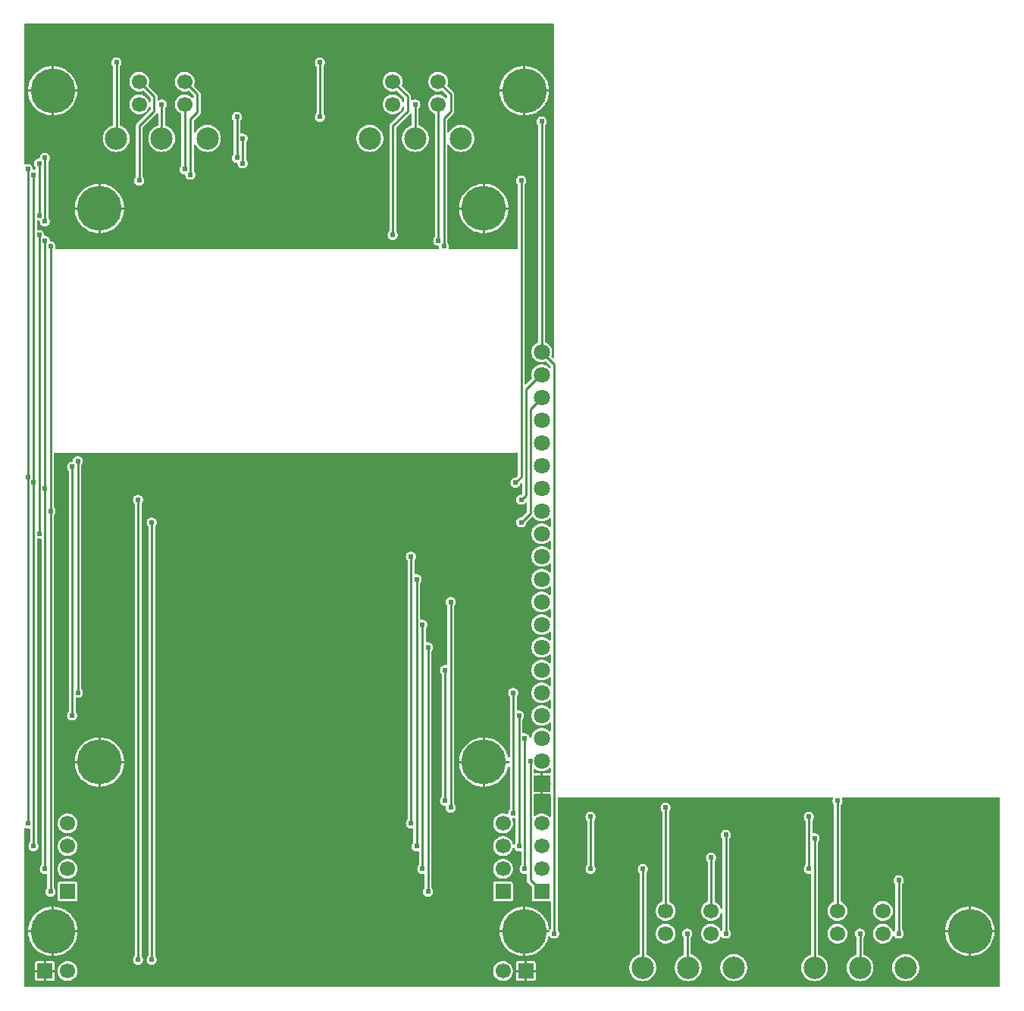
<source format=gtl>
G04 Layer: TopLayer*
G04 EasyEDA v6.5.29, 2023-07-18 10:18:03*
G04 90495d7994f342159c24a82f0dd90fb3,5a6b42c53f6a479593ecc07194224c93,10*
G04 Gerber Generator version 0.2*
G04 Scale: 100 percent, Rotated: No, Reflected: No *
G04 Dimensions in millimeters *
G04 leading zeros omitted , absolute positions ,4 integer and 5 decimal *
%FSLAX45Y45*%
%MOMM*%

%AMMACRO1*21,1,$1,$2,0,0,$3*%
%ADD10C,0.2540*%
%ADD11C,1.8000*%
%ADD12MACRO1,1.8X1.8X90.0000*%
%ADD13R,1.7000X1.7000*%
%ADD14C,1.7000*%
%ADD15C,5.0000*%
%ADD16C,2.5000*%
%ADD17C,0.6096*%
%ADD18C,0.0176*%

%LPD*%
G36*
X5751068Y7575194D02*
G01*
X5747156Y7575956D01*
X5743905Y7578140D01*
X5741670Y7581442D01*
X5740908Y7585354D01*
X5740908Y9810191D01*
X5741670Y9814102D01*
X5743905Y9817404D01*
X5745480Y9818979D01*
X5751068Y9827006D01*
X5755233Y9835896D01*
X5757773Y9845395D01*
X5758637Y9855200D01*
X5757773Y9864953D01*
X5755233Y9874453D01*
X5751068Y9883343D01*
X5745480Y9891420D01*
X5738520Y9898329D01*
X5730443Y9903968D01*
X5721553Y9908133D01*
X5712053Y9910673D01*
X5702300Y9911537D01*
X5692495Y9910673D01*
X5682996Y9908133D01*
X5674106Y9903968D01*
X5666079Y9898329D01*
X5659120Y9891420D01*
X5653481Y9883343D01*
X5649315Y9874453D01*
X5646775Y9864953D01*
X5645962Y9855200D01*
X5646775Y9845395D01*
X5649315Y9835896D01*
X5653481Y9827006D01*
X5659120Y9818979D01*
X5660694Y9817354D01*
X5662930Y9814052D01*
X5663692Y9810191D01*
X5663692Y9094774D01*
X5662980Y9091015D01*
X5660898Y9087764D01*
X5657748Y9085529D01*
X5653989Y9084614D01*
X5650179Y9085173D01*
X5648147Y9085884D01*
X5641848Y9086596D01*
X4901488Y9086596D01*
X4897831Y9087307D01*
X4894681Y9089237D01*
X4892446Y9092184D01*
X4891379Y9095689D01*
X4891684Y9099397D01*
X4894173Y9108795D01*
X4895037Y9118600D01*
X4894173Y9128353D01*
X4891633Y9137853D01*
X4887468Y9146743D01*
X4881880Y9154820D01*
X4880305Y9156395D01*
X4878070Y9159646D01*
X4877308Y9163558D01*
X4877308Y10249103D01*
X4878273Y10253421D01*
X4880965Y10256926D01*
X4884928Y10258907D01*
X4889347Y10259060D01*
X4893411Y10257332D01*
X4896358Y10253980D01*
X4901438Y10244836D01*
X4911242Y10231018D01*
X4922520Y10218420D01*
X4935118Y10207142D01*
X4948936Y10197338D01*
X4963718Y10189159D01*
X4979365Y10182656D01*
X4995621Y10177983D01*
X5012283Y10175138D01*
X5029200Y10174224D01*
X5046116Y10175138D01*
X5062778Y10177983D01*
X5079034Y10182656D01*
X5094681Y10189159D01*
X5109464Y10197338D01*
X5123281Y10207142D01*
X5135880Y10218420D01*
X5147157Y10231018D01*
X5156962Y10244836D01*
X5165140Y10259618D01*
X5171643Y10275265D01*
X5176316Y10291521D01*
X5179161Y10308183D01*
X5180076Y10325100D01*
X5179161Y10342016D01*
X5176316Y10358678D01*
X5171643Y10374934D01*
X5165140Y10390581D01*
X5156962Y10405364D01*
X5147157Y10419181D01*
X5135880Y10431780D01*
X5123281Y10443057D01*
X5109464Y10452862D01*
X5094681Y10461040D01*
X5079034Y10467543D01*
X5062778Y10472216D01*
X5046116Y10475061D01*
X5029200Y10475976D01*
X5012283Y10475061D01*
X4995621Y10472216D01*
X4979365Y10467543D01*
X4963718Y10461040D01*
X4948936Y10452862D01*
X4935118Y10443057D01*
X4922520Y10431780D01*
X4911242Y10419181D01*
X4901438Y10405364D01*
X4896358Y10396220D01*
X4893411Y10392867D01*
X4889347Y10391140D01*
X4884928Y10391292D01*
X4880965Y10393273D01*
X4878273Y10396778D01*
X4877308Y10401096D01*
X4877308Y10533481D01*
X4878070Y10537393D01*
X4880305Y10540695D01*
X4941824Y10602264D01*
X4946954Y10608462D01*
X4950510Y10615168D01*
X4952695Y10622381D01*
X4953508Y10630408D01*
X4953508Y10819892D01*
X4952695Y10827918D01*
X4950510Y10835132D01*
X4946954Y10841837D01*
X4941824Y10848035D01*
X4880762Y10909096D01*
X4878679Y10912195D01*
X4877816Y10915802D01*
X4878324Y10919510D01*
X4882438Y10931956D01*
X4885182Y10945926D01*
X4886096Y10960100D01*
X4885182Y10974273D01*
X4882438Y10988243D01*
X4877968Y11001705D01*
X4871821Y11014506D01*
X4864049Y11026444D01*
X4854854Y11037265D01*
X4844338Y11046815D01*
X4832705Y11054943D01*
X4820107Y11061496D01*
X4806746Y11066424D01*
X4792878Y11069574D01*
X4778756Y11070945D01*
X4764532Y11070488D01*
X4750511Y11068202D01*
X4736896Y11064138D01*
X4723892Y11058398D01*
X4711750Y11051032D01*
X4700625Y11042192D01*
X4690770Y11031982D01*
X4682286Y11020602D01*
X4675276Y11008207D01*
X4669942Y10995050D01*
X4666335Y10981283D01*
X4664557Y10967212D01*
X4664557Y10952988D01*
X4666335Y10938916D01*
X4669942Y10925149D01*
X4675276Y10911992D01*
X4682286Y10899597D01*
X4690770Y10888218D01*
X4700625Y10878007D01*
X4711750Y10869168D01*
X4723892Y10861802D01*
X4736896Y10856010D01*
X4750511Y10851997D01*
X4764532Y10849711D01*
X4778756Y10849254D01*
X4792878Y10850626D01*
X4806746Y10853775D01*
X4815382Y10856976D01*
X4819142Y10857585D01*
X4822901Y10856772D01*
X4826101Y10854639D01*
X4873294Y10807395D01*
X4875530Y10804093D01*
X4876292Y10800181D01*
X4876292Y10785652D01*
X4875479Y10781639D01*
X4873142Y10778286D01*
X4869637Y10776153D01*
X4865573Y10775543D01*
X4861610Y10776559D01*
X4858410Y10779099D01*
X4854854Y10783265D01*
X4844338Y10792815D01*
X4832705Y10800943D01*
X4820107Y10807496D01*
X4806746Y10812424D01*
X4792878Y10815574D01*
X4778756Y10816945D01*
X4764532Y10816488D01*
X4750511Y10814202D01*
X4736896Y10810138D01*
X4723892Y10804398D01*
X4711750Y10797032D01*
X4700625Y10788192D01*
X4690770Y10777982D01*
X4682286Y10766602D01*
X4675276Y10754207D01*
X4669942Y10741050D01*
X4666335Y10727283D01*
X4664557Y10713212D01*
X4664557Y10698988D01*
X4666335Y10684916D01*
X4669942Y10671149D01*
X4675276Y10657992D01*
X4682286Y10645597D01*
X4690770Y10634218D01*
X4700625Y10624007D01*
X4711750Y10615168D01*
X4723892Y10607802D01*
X4730546Y10604855D01*
X4733747Y10602620D01*
X4735830Y10599369D01*
X4736592Y10595559D01*
X4736592Y9227058D01*
X4735830Y9223197D01*
X4733594Y9219895D01*
X4732020Y9218320D01*
X4726381Y9210243D01*
X4722215Y9201353D01*
X4719675Y9191853D01*
X4718862Y9182100D01*
X4719675Y9172295D01*
X4722215Y9162796D01*
X4726381Y9153906D01*
X4732020Y9145879D01*
X4738979Y9138920D01*
X4747006Y9133281D01*
X4755896Y9129115D01*
X4765395Y9126575D01*
X4773269Y9125915D01*
X4776673Y9125000D01*
X4779568Y9122968D01*
X4781600Y9120073D01*
X4782515Y9116669D01*
X4783175Y9108795D01*
X4785715Y9099397D01*
X4786020Y9095689D01*
X4784953Y9092184D01*
X4782718Y9089237D01*
X4779518Y9087307D01*
X4775911Y9086596D01*
X507288Y9086596D01*
X503631Y9087307D01*
X500481Y9089237D01*
X498246Y9092184D01*
X497179Y9095689D01*
X497484Y9099397D01*
X499973Y9108795D01*
X500837Y9118600D01*
X499973Y9128353D01*
X497433Y9137853D01*
X493318Y9146743D01*
X487680Y9154820D01*
X480720Y9161729D01*
X472693Y9167368D01*
X463753Y9171533D01*
X454304Y9174073D01*
X446430Y9174784D01*
X443026Y9175699D01*
X440131Y9177680D01*
X438099Y9180576D01*
X437184Y9183979D01*
X436473Y9191853D01*
X433933Y9201353D01*
X429818Y9210243D01*
X424180Y9218320D01*
X417220Y9225229D01*
X409194Y9230868D01*
X400253Y9235033D01*
X390804Y9237573D01*
X382930Y9238284D01*
X379526Y9239199D01*
X376631Y9241180D01*
X374599Y9244076D01*
X373684Y9247479D01*
X372973Y9255353D01*
X370433Y9264853D01*
X366318Y9273743D01*
X360680Y9281820D01*
X353720Y9288729D01*
X345694Y9294368D01*
X336753Y9298533D01*
X327304Y9301073D01*
X317500Y9301937D01*
X307695Y9301073D01*
X305409Y9300464D01*
X301701Y9300159D01*
X298145Y9301226D01*
X295198Y9303461D01*
X293268Y9306610D01*
X292608Y9310268D01*
X292608Y9396780D01*
X293268Y9400438D01*
X295198Y9403588D01*
X298145Y9405874D01*
X301701Y9406890D01*
X305409Y9406585D01*
X307695Y9405975D01*
X315569Y9405315D01*
X318973Y9404400D01*
X321868Y9402368D01*
X323900Y9399473D01*
X324815Y9396069D01*
X325526Y9388195D01*
X328066Y9378696D01*
X332181Y9369806D01*
X337820Y9361779D01*
X344779Y9354820D01*
X352806Y9349181D01*
X361746Y9345015D01*
X371195Y9342475D01*
X381000Y9341612D01*
X390804Y9342475D01*
X400253Y9345015D01*
X409194Y9349181D01*
X417220Y9354820D01*
X424180Y9361779D01*
X429818Y9369806D01*
X433933Y9378696D01*
X436473Y9388195D01*
X437337Y9398000D01*
X436473Y9407753D01*
X433933Y9417253D01*
X429818Y9426143D01*
X424180Y9434220D01*
X422605Y9435795D01*
X420370Y9439097D01*
X419608Y9442958D01*
X419608Y10064191D01*
X420370Y10068102D01*
X422605Y10071354D01*
X424180Y10072979D01*
X429818Y10081006D01*
X433933Y10089896D01*
X436473Y10099395D01*
X437337Y10109200D01*
X436473Y10118953D01*
X433933Y10128453D01*
X429818Y10137343D01*
X424180Y10145420D01*
X417220Y10152329D01*
X409194Y10157968D01*
X400253Y10162133D01*
X390804Y10164673D01*
X381000Y10165537D01*
X371195Y10164673D01*
X361746Y10162133D01*
X352806Y10157968D01*
X344779Y10152329D01*
X337820Y10145420D01*
X332181Y10137343D01*
X328066Y10128453D01*
X325526Y10118953D01*
X324815Y10111079D01*
X323900Y10107676D01*
X321868Y10104780D01*
X318973Y10102799D01*
X315569Y10101884D01*
X307695Y10101173D01*
X298246Y10098633D01*
X289306Y10094468D01*
X281279Y10088829D01*
X274320Y10081920D01*
X268681Y10073843D01*
X264566Y10064953D01*
X262026Y10055453D01*
X261162Y10045700D01*
X262026Y10035895D01*
X264566Y10026396D01*
X268681Y10017506D01*
X274320Y10009479D01*
X275894Y10007854D01*
X278130Y10004602D01*
X278892Y10000691D01*
X278892Y9983368D01*
X278231Y9979710D01*
X276301Y9976561D01*
X273354Y9974326D01*
X269798Y9973259D01*
X266090Y9973564D01*
X263804Y9974173D01*
X255930Y9974884D01*
X252526Y9975799D01*
X249631Y9977780D01*
X247599Y9980676D01*
X246684Y9984079D01*
X245973Y9991953D01*
X243433Y10001453D01*
X239318Y10010343D01*
X233679Y10018420D01*
X226720Y10025329D01*
X218694Y10030968D01*
X209753Y10035133D01*
X200304Y10037673D01*
X190500Y10038537D01*
X180695Y10037673D01*
X171246Y10035133D01*
X167386Y10033304D01*
X163423Y10032390D01*
X159410Y10033050D01*
X156006Y10035235D01*
X153720Y10038588D01*
X152908Y10042550D01*
X152908Y11597132D01*
X153670Y11600992D01*
X155905Y11604294D01*
X159156Y11606479D01*
X163068Y11607292D01*
X6059932Y11607292D01*
X6063792Y11606479D01*
X6067094Y11604294D01*
X6069330Y11600992D01*
X6070092Y11597132D01*
X6070092Y7877403D01*
X6069330Y7873542D01*
X6067094Y7870240D01*
X6063792Y7868056D01*
X6059932Y7867243D01*
X6056020Y7868056D01*
X6052718Y7870240D01*
X6040221Y7882788D01*
X6038037Y7886039D01*
X6037224Y7889849D01*
X6037935Y7893710D01*
X6041085Y7901686D01*
X6044742Y7915757D01*
X6046520Y7930235D01*
X6046520Y7944764D01*
X6044742Y7959191D01*
X6041085Y7973314D01*
X6035751Y7986826D01*
X6028740Y7999577D01*
X6020155Y8011363D01*
X6010198Y8021980D01*
X5999022Y8031225D01*
X5986729Y8039049D01*
X5975350Y8044383D01*
X5972251Y8046618D01*
X5970219Y8049869D01*
X5969508Y8053578D01*
X5969508Y10470591D01*
X5970270Y10474502D01*
X5972454Y10477754D01*
X5974029Y10479379D01*
X5979668Y10487406D01*
X5983833Y10496296D01*
X5986373Y10505795D01*
X5987237Y10515600D01*
X5986373Y10525353D01*
X5983833Y10534853D01*
X5979668Y10543743D01*
X5974029Y10551820D01*
X5967120Y10558729D01*
X5959043Y10564368D01*
X5950153Y10568533D01*
X5940653Y10571073D01*
X5930900Y10571937D01*
X5921095Y10571073D01*
X5911596Y10568533D01*
X5902706Y10564368D01*
X5894679Y10558729D01*
X5887720Y10551820D01*
X5882081Y10543743D01*
X5877915Y10534853D01*
X5875375Y10525353D01*
X5874562Y10515600D01*
X5875375Y10505795D01*
X5877915Y10496296D01*
X5882081Y10487406D01*
X5887720Y10479379D01*
X5889294Y10477754D01*
X5891530Y10474502D01*
X5892292Y10470591D01*
X5892292Y8053578D01*
X5891580Y8049869D01*
X5889548Y8046618D01*
X5886450Y8044383D01*
X5875070Y8039049D01*
X5862777Y8031225D01*
X5851550Y8021980D01*
X5841593Y8011363D01*
X5833059Y7999577D01*
X5826048Y7986826D01*
X5820664Y7973314D01*
X5817057Y7959191D01*
X5815228Y7944764D01*
X5815228Y7930235D01*
X5817057Y7915757D01*
X5820664Y7901686D01*
X5826048Y7888173D01*
X5833059Y7875371D01*
X5841593Y7863636D01*
X5851550Y7853019D01*
X5862777Y7843723D01*
X5875070Y7835950D01*
X5888228Y7829753D01*
X5902045Y7825231D01*
X5916371Y7822539D01*
X5930900Y7821625D01*
X5945428Y7822539D01*
X5959703Y7825231D01*
X5973521Y7829753D01*
X5978245Y7831023D01*
X5982258Y7830312D01*
X5985713Y7828025D01*
X6028994Y7784795D01*
X6031230Y7781493D01*
X6031992Y7777581D01*
X6031992Y7770469D01*
X6031179Y7766507D01*
X6028944Y7763205D01*
X6025540Y7761020D01*
X6021628Y7760309D01*
X6017666Y7761173D01*
X6014415Y7763509D01*
X6010198Y7767980D01*
X5999022Y7777225D01*
X5986729Y7785049D01*
X5973521Y7791246D01*
X5959703Y7795717D01*
X5945428Y7798460D01*
X5930900Y7799374D01*
X5916371Y7798460D01*
X5902045Y7795717D01*
X5888228Y7791246D01*
X5875070Y7785049D01*
X5862777Y7777225D01*
X5851550Y7767980D01*
X5841593Y7757363D01*
X5833059Y7745577D01*
X5826048Y7732826D01*
X5820664Y7719314D01*
X5817057Y7705191D01*
X5815228Y7690764D01*
X5815228Y7676235D01*
X5817057Y7661757D01*
X5820664Y7647635D01*
X5820968Y7644130D01*
X5820054Y7640777D01*
X5818022Y7637932D01*
X5758230Y7578140D01*
X5754979Y7575956D01*
G37*

%LPC*%
G36*
X1435100Y9798812D02*
G01*
X1444904Y9799675D01*
X1454353Y9802215D01*
X1463294Y9806381D01*
X1471320Y9812020D01*
X1478280Y9818979D01*
X1483918Y9827006D01*
X1488033Y9835896D01*
X1490573Y9845395D01*
X1491437Y9855200D01*
X1490573Y9864953D01*
X1488033Y9874453D01*
X1483918Y9883343D01*
X1478280Y9891420D01*
X1476705Y9892995D01*
X1474470Y9896297D01*
X1473708Y9900158D01*
X1473708Y10444581D01*
X1474470Y10448493D01*
X1476705Y10451795D01*
X1627124Y10602214D01*
X1630476Y10606328D01*
X1633677Y10608919D01*
X1637690Y10609986D01*
X1641754Y10609427D01*
X1645259Y10607294D01*
X1647647Y10603890D01*
X1648510Y10599877D01*
X1648510Y10478414D01*
X1647545Y10474147D01*
X1644954Y10470692D01*
X1641144Y10468660D01*
X1637283Y10467543D01*
X1621637Y10461040D01*
X1606804Y10452862D01*
X1593037Y10443057D01*
X1580388Y10431780D01*
X1569110Y10419181D01*
X1559356Y10405364D01*
X1551127Y10390581D01*
X1544675Y10374934D01*
X1540002Y10358678D01*
X1537157Y10342016D01*
X1536192Y10325100D01*
X1537157Y10308183D01*
X1540002Y10291521D01*
X1544675Y10275265D01*
X1551127Y10259618D01*
X1559356Y10244836D01*
X1569110Y10231018D01*
X1580388Y10218420D01*
X1593037Y10207142D01*
X1606804Y10197338D01*
X1621637Y10189159D01*
X1637283Y10182656D01*
X1653539Y10177983D01*
X1670202Y10175138D01*
X1687118Y10174224D01*
X1703984Y10175138D01*
X1720697Y10177983D01*
X1736953Y10182656D01*
X1752549Y10189159D01*
X1767382Y10197338D01*
X1781200Y10207142D01*
X1793798Y10218420D01*
X1805076Y10231018D01*
X1814880Y10244836D01*
X1823059Y10259618D01*
X1829511Y10275265D01*
X1834184Y10291521D01*
X1837029Y10308183D01*
X1837994Y10325100D01*
X1837029Y10342016D01*
X1834184Y10358678D01*
X1829511Y10374934D01*
X1823059Y10390581D01*
X1814880Y10405364D01*
X1805076Y10419181D01*
X1793798Y10431780D01*
X1781200Y10443057D01*
X1767382Y10452862D01*
X1752549Y10461040D01*
X1736953Y10467543D01*
X1733042Y10468660D01*
X1729232Y10470692D01*
X1726641Y10474147D01*
X1725726Y10478414D01*
X1725726Y10661091D01*
X1726488Y10665002D01*
X1728673Y10668304D01*
X1730248Y10669879D01*
X1735886Y10677906D01*
X1740052Y10686846D01*
X1742592Y10696295D01*
X1743456Y10706100D01*
X1742592Y10715904D01*
X1740052Y10725353D01*
X1735886Y10734294D01*
X1730248Y10742320D01*
X1723339Y10749280D01*
X1715262Y10754918D01*
X1706372Y10759033D01*
X1696872Y10761573D01*
X1687118Y10762437D01*
X1677314Y10761573D01*
X1667814Y10759033D01*
X1658924Y10754918D01*
X1654759Y10751972D01*
X1650695Y10750296D01*
X1646326Y10750499D01*
X1642414Y10752531D01*
X1639722Y10756036D01*
X1638807Y10760303D01*
X1638807Y10794492D01*
X1637995Y10802518D01*
X1635810Y10809782D01*
X1632254Y10816437D01*
X1627124Y10822635D01*
X1540662Y10909096D01*
X1538579Y10912195D01*
X1537716Y10915802D01*
X1538224Y10919510D01*
X1542338Y10931956D01*
X1545082Y10945926D01*
X1545996Y10960100D01*
X1545082Y10974273D01*
X1542338Y10988243D01*
X1537868Y11001705D01*
X1531721Y11014506D01*
X1523949Y11026444D01*
X1514754Y11037265D01*
X1504238Y11046815D01*
X1492605Y11054943D01*
X1480007Y11061496D01*
X1466646Y11066424D01*
X1452778Y11069574D01*
X1438656Y11070945D01*
X1424432Y11070488D01*
X1410411Y11068202D01*
X1396796Y11064138D01*
X1383792Y11058398D01*
X1371650Y11051032D01*
X1360525Y11042192D01*
X1350670Y11031982D01*
X1342186Y11020602D01*
X1335176Y11008207D01*
X1329842Y10995050D01*
X1326235Y10981283D01*
X1324457Y10967212D01*
X1324457Y10952988D01*
X1326235Y10938916D01*
X1329842Y10925149D01*
X1335176Y10911992D01*
X1342186Y10899597D01*
X1350670Y10888218D01*
X1360525Y10878007D01*
X1371650Y10869168D01*
X1383792Y10861802D01*
X1396796Y10856010D01*
X1410411Y10851997D01*
X1424432Y10849711D01*
X1438656Y10849254D01*
X1452778Y10850626D01*
X1466646Y10853775D01*
X1475282Y10856976D01*
X1479042Y10857585D01*
X1482801Y10856772D01*
X1485950Y10854639D01*
X1558594Y10781995D01*
X1560830Y10778693D01*
X1561592Y10774781D01*
X1561592Y10739170D01*
X1560779Y10735208D01*
X1558442Y10731855D01*
X1555038Y10729671D01*
X1551025Y10729010D01*
X1547063Y10730026D01*
X1543812Y10732465D01*
X1541780Y10735970D01*
X1537868Y10747705D01*
X1531721Y10760506D01*
X1523949Y10772444D01*
X1514754Y10783265D01*
X1504238Y10792815D01*
X1492605Y10800943D01*
X1480007Y10807496D01*
X1466646Y10812424D01*
X1452778Y10815574D01*
X1438656Y10816945D01*
X1424432Y10816488D01*
X1410411Y10814202D01*
X1396796Y10810138D01*
X1383792Y10804398D01*
X1371650Y10797032D01*
X1360525Y10788192D01*
X1350670Y10777982D01*
X1342186Y10766602D01*
X1335176Y10754207D01*
X1329842Y10741050D01*
X1326235Y10727283D01*
X1324457Y10713212D01*
X1324457Y10698988D01*
X1326235Y10684916D01*
X1329842Y10671149D01*
X1335176Y10657992D01*
X1342186Y10645597D01*
X1350670Y10634218D01*
X1360525Y10624007D01*
X1371650Y10615168D01*
X1383792Y10607802D01*
X1396796Y10602010D01*
X1410411Y10597997D01*
X1424432Y10595711D01*
X1438656Y10595254D01*
X1452778Y10596626D01*
X1466646Y10599775D01*
X1480007Y10604703D01*
X1492605Y10611256D01*
X1504238Y10619384D01*
X1514754Y10628934D01*
X1523949Y10639755D01*
X1531721Y10651693D01*
X1537868Y10664494D01*
X1541780Y10676229D01*
X1543812Y10679734D01*
X1547063Y10682173D01*
X1551025Y10683189D01*
X1555038Y10682528D01*
X1558442Y10680344D01*
X1560779Y10676991D01*
X1561592Y10673029D01*
X1561592Y10650067D01*
X1560830Y10646206D01*
X1558594Y10642904D01*
X1408176Y10492435D01*
X1403045Y10486237D01*
X1399489Y10479532D01*
X1397304Y10472318D01*
X1396492Y10464292D01*
X1396492Y9900158D01*
X1395730Y9896297D01*
X1393494Y9892995D01*
X1391920Y9891420D01*
X1386281Y9883343D01*
X1382166Y9874453D01*
X1379626Y9864953D01*
X1378762Y9855200D01*
X1379626Y9845395D01*
X1382166Y9835896D01*
X1386281Y9827006D01*
X1391920Y9818979D01*
X1398879Y9812020D01*
X1406906Y9806381D01*
X1415846Y9802215D01*
X1425295Y9799675D01*
G37*
G36*
X715060Y9555988D02*
G01*
X977900Y9555988D01*
X977900Y9818725D01*
X961745Y9817709D01*
X938885Y9814306D01*
X916381Y9809022D01*
X894435Y9801910D01*
X873150Y9792970D01*
X852627Y9782251D01*
X833119Y9769856D01*
X814730Y9755886D01*
X797560Y9740442D01*
X781761Y9723577D01*
X767384Y9705492D01*
X754583Y9686239D01*
X743458Y9665970D01*
X734060Y9644888D01*
X726490Y9623044D01*
X720750Y9600692D01*
X716889Y9577882D01*
G37*
G36*
X5009642Y9555988D02*
G01*
X5272481Y9555988D01*
X5272481Y9818725D01*
X5256377Y9817709D01*
X5233517Y9814306D01*
X5211013Y9809022D01*
X5189016Y9801910D01*
X5167731Y9792970D01*
X5147259Y9782251D01*
X5127752Y9769856D01*
X5109362Y9755886D01*
X5092192Y9740442D01*
X5076342Y9723577D01*
X5062016Y9705492D01*
X5049215Y9686239D01*
X5038090Y9665970D01*
X5028692Y9644888D01*
X5021072Y9623044D01*
X5015331Y9600692D01*
X5011470Y9577882D01*
G37*
G36*
X5297881Y9555988D02*
G01*
X5560568Y9555988D01*
X5560110Y9566402D01*
X5557215Y9589312D01*
X5552440Y9611918D01*
X5545734Y9634016D01*
X5537250Y9655505D01*
X5526989Y9676231D01*
X5515000Y9695992D01*
X5501436Y9714687D01*
X5486349Y9732162D01*
X5469839Y9748316D01*
X5452008Y9763048D01*
X5433060Y9776256D01*
X5413044Y9787788D01*
X5392115Y9797643D01*
X5370474Y9805720D01*
X5348224Y9811918D01*
X5325516Y9816236D01*
X5302504Y9818674D01*
X5297881Y9818776D01*
G37*
G36*
X5724499Y10583113D02*
G01*
X5724499Y10845800D01*
X5461609Y10845800D01*
X5463489Y10823905D01*
X5467350Y10801146D01*
X5473090Y10778744D01*
X5480659Y10756950D01*
X5490057Y10735818D01*
X5501182Y10715599D01*
X5513984Y10696346D01*
X5528360Y10678210D01*
X5544159Y10661396D01*
X5561330Y10645902D01*
X5579719Y10631932D01*
X5599226Y10619587D01*
X5619699Y10608868D01*
X5641035Y10599928D01*
X5662980Y10592765D01*
X5685485Y10587482D01*
X5708345Y10584129D01*
G37*
G36*
X1003300Y9555988D02*
G01*
X1265986Y9555988D01*
X1265529Y9566402D01*
X1262634Y9589312D01*
X1257808Y9611918D01*
X1251153Y9634016D01*
X1242669Y9655505D01*
X1232357Y9676231D01*
X1220419Y9695992D01*
X1206804Y9714687D01*
X1191717Y9732162D01*
X1175207Y9748316D01*
X1157427Y9763048D01*
X1138428Y9776256D01*
X1118412Y9787788D01*
X1097534Y9797643D01*
X1075842Y9805720D01*
X1053592Y9811918D01*
X1030884Y9816236D01*
X1007922Y9818674D01*
X1003300Y9818776D01*
G37*
G36*
X977900Y9267901D02*
G01*
X977900Y9530588D01*
X715060Y9530588D01*
X716889Y9508744D01*
X720750Y9485934D01*
X726490Y9463582D01*
X734060Y9441738D01*
X743458Y9420656D01*
X754583Y9400387D01*
X767384Y9381134D01*
X781761Y9363049D01*
X797560Y9346184D01*
X814730Y9330740D01*
X833119Y9316770D01*
X852627Y9304375D01*
X873150Y9293656D01*
X894435Y9284716D01*
X916381Y9277553D01*
X938885Y9272270D01*
X961745Y9268917D01*
G37*
G36*
X5272481Y9267901D02*
G01*
X5272481Y9530588D01*
X5009642Y9530588D01*
X5011470Y9508744D01*
X5015331Y9485934D01*
X5021072Y9463582D01*
X5028692Y9441738D01*
X5038090Y9420656D01*
X5049215Y9400387D01*
X5062016Y9381134D01*
X5076342Y9363049D01*
X5092192Y9346184D01*
X5109362Y9330740D01*
X5127752Y9316770D01*
X5147259Y9304375D01*
X5167731Y9293656D01*
X5189016Y9284716D01*
X5211013Y9277553D01*
X5233517Y9272270D01*
X5256377Y9268917D01*
G37*
G36*
X1003300Y9267850D02*
G01*
X1007922Y9267952D01*
X1030884Y9270390D01*
X1053592Y9274708D01*
X1075842Y9280906D01*
X1097534Y9288983D01*
X1118412Y9298787D01*
X1138428Y9310370D01*
X1157427Y9323527D01*
X1175207Y9338259D01*
X1191717Y9354464D01*
X1206804Y9371939D01*
X1220419Y9390634D01*
X1232357Y9410395D01*
X1242669Y9431070D01*
X1251153Y9452559D01*
X1257808Y9474708D01*
X1262634Y9497314D01*
X1265529Y9520224D01*
X1265986Y9530588D01*
X1003300Y9530588D01*
G37*
G36*
X5297881Y9267850D02*
G01*
X5302504Y9267952D01*
X5325516Y9270390D01*
X5348224Y9274708D01*
X5370474Y9280906D01*
X5392115Y9288983D01*
X5413044Y9298787D01*
X5433060Y9310370D01*
X5452008Y9323527D01*
X5469839Y9338259D01*
X5486349Y9354464D01*
X5501436Y9371939D01*
X5515000Y9390634D01*
X5526989Y9410395D01*
X5537250Y9431070D01*
X5545734Y9452559D01*
X5552440Y9474708D01*
X5557215Y9497314D01*
X5560110Y9520224D01*
X5560568Y9530588D01*
X5297881Y9530588D01*
G37*
G36*
X482600Y10583062D02*
G01*
X487222Y10583164D01*
X510184Y10585551D01*
X532892Y10589869D01*
X555142Y10596118D01*
X576834Y10604144D01*
X597712Y10613999D01*
X617728Y10625531D01*
X636727Y10638739D01*
X654507Y10653471D01*
X671017Y10669625D01*
X686104Y10687100D01*
X699719Y10705795D01*
X711657Y10725607D01*
X721969Y10746282D01*
X730453Y10767771D01*
X737108Y10789869D01*
X741934Y10812475D01*
X744829Y10835436D01*
X745286Y10845800D01*
X482600Y10845800D01*
G37*
G36*
X4267200Y9189212D02*
G01*
X4276953Y9190075D01*
X4286453Y9192615D01*
X4295343Y9196781D01*
X4303420Y9202420D01*
X4310380Y9209379D01*
X4315968Y9217406D01*
X4320133Y9226296D01*
X4322673Y9235795D01*
X4323537Y9245600D01*
X4322673Y9255353D01*
X4320133Y9264853D01*
X4315968Y9273743D01*
X4310380Y9281820D01*
X4308805Y9283395D01*
X4306570Y9286697D01*
X4305808Y9290558D01*
X4305808Y10444581D01*
X4306570Y10448493D01*
X4308805Y10451795D01*
X4459224Y10602214D01*
X4462576Y10606328D01*
X4465777Y10608919D01*
X4469790Y10609986D01*
X4473854Y10609427D01*
X4477359Y10607294D01*
X4479747Y10603890D01*
X4480610Y10599877D01*
X4480610Y10478414D01*
X4479645Y10474147D01*
X4477054Y10470692D01*
X4473244Y10468660D01*
X4469384Y10467543D01*
X4453737Y10461040D01*
X4438904Y10452862D01*
X4425137Y10443057D01*
X4412488Y10431780D01*
X4401210Y10419181D01*
X4391456Y10405364D01*
X4383227Y10390581D01*
X4376775Y10374934D01*
X4372102Y10358678D01*
X4369257Y10342016D01*
X4368292Y10325100D01*
X4369257Y10308183D01*
X4372102Y10291521D01*
X4376775Y10275265D01*
X4383227Y10259618D01*
X4391456Y10244836D01*
X4401210Y10231018D01*
X4412488Y10218420D01*
X4425137Y10207142D01*
X4438904Y10197338D01*
X4453737Y10189159D01*
X4469384Y10182656D01*
X4485640Y10177983D01*
X4502302Y10175138D01*
X4519218Y10174224D01*
X4536084Y10175138D01*
X4552797Y10177983D01*
X4569053Y10182656D01*
X4584649Y10189159D01*
X4599482Y10197338D01*
X4613300Y10207142D01*
X4625898Y10218420D01*
X4637176Y10231018D01*
X4646980Y10244836D01*
X4655159Y10259618D01*
X4661611Y10275265D01*
X4666284Y10291521D01*
X4669129Y10308183D01*
X4670094Y10325100D01*
X4669129Y10342016D01*
X4666284Y10358678D01*
X4661611Y10374934D01*
X4655159Y10390581D01*
X4646980Y10405364D01*
X4637176Y10419181D01*
X4625898Y10431780D01*
X4613300Y10443057D01*
X4599482Y10452862D01*
X4584649Y10461040D01*
X4569053Y10467543D01*
X4565142Y10468660D01*
X4561332Y10470692D01*
X4558741Y10474147D01*
X4557826Y10478414D01*
X4557826Y10661091D01*
X4558588Y10665002D01*
X4560773Y10668304D01*
X4562348Y10669879D01*
X4567986Y10677906D01*
X4572152Y10686846D01*
X4574692Y10696295D01*
X4575556Y10706100D01*
X4574692Y10715904D01*
X4572152Y10725353D01*
X4567986Y10734294D01*
X4562348Y10742320D01*
X4555439Y10749280D01*
X4547362Y10754918D01*
X4538472Y10759033D01*
X4528972Y10761573D01*
X4519218Y10762437D01*
X4509414Y10761573D01*
X4499914Y10759033D01*
X4491024Y10754918D01*
X4486859Y10751972D01*
X4482795Y10750296D01*
X4478426Y10750499D01*
X4474514Y10752531D01*
X4471822Y10756036D01*
X4470908Y10760303D01*
X4470908Y10794492D01*
X4470095Y10802518D01*
X4467910Y10809782D01*
X4464354Y10816437D01*
X4459224Y10822635D01*
X4372762Y10909096D01*
X4370679Y10912195D01*
X4369816Y10915802D01*
X4370324Y10919510D01*
X4374438Y10931956D01*
X4377182Y10945926D01*
X4378096Y10960100D01*
X4377182Y10974273D01*
X4374438Y10988243D01*
X4369968Y11001705D01*
X4363821Y11014506D01*
X4356049Y11026444D01*
X4346854Y11037265D01*
X4336338Y11046815D01*
X4324705Y11054943D01*
X4312107Y11061496D01*
X4298746Y11066424D01*
X4284878Y11069574D01*
X4270756Y11070945D01*
X4256532Y11070488D01*
X4242511Y11068202D01*
X4228896Y11064138D01*
X4215892Y11058398D01*
X4203750Y11051032D01*
X4192625Y11042192D01*
X4182770Y11031982D01*
X4174286Y11020602D01*
X4167276Y11008207D01*
X4161942Y10995050D01*
X4158335Y10981283D01*
X4156557Y10967212D01*
X4156557Y10952988D01*
X4158335Y10938916D01*
X4161942Y10925149D01*
X4167276Y10911992D01*
X4174286Y10899597D01*
X4182770Y10888218D01*
X4192625Y10878007D01*
X4203750Y10869168D01*
X4215892Y10861802D01*
X4228896Y10856010D01*
X4242511Y10851997D01*
X4256532Y10849711D01*
X4270756Y10849254D01*
X4284878Y10850626D01*
X4298746Y10853775D01*
X4307382Y10856976D01*
X4311142Y10857585D01*
X4314901Y10856772D01*
X4318050Y10854639D01*
X4390694Y10781995D01*
X4392930Y10778693D01*
X4393692Y10774781D01*
X4393692Y10739170D01*
X4392879Y10735208D01*
X4390542Y10731855D01*
X4387138Y10729671D01*
X4383125Y10729010D01*
X4379163Y10730026D01*
X4375912Y10732465D01*
X4373880Y10735970D01*
X4369968Y10747705D01*
X4363821Y10760506D01*
X4356049Y10772444D01*
X4346854Y10783265D01*
X4336338Y10792815D01*
X4324705Y10800943D01*
X4312107Y10807496D01*
X4298746Y10812424D01*
X4284878Y10815574D01*
X4270756Y10816945D01*
X4256532Y10816488D01*
X4242511Y10814202D01*
X4228896Y10810138D01*
X4215892Y10804398D01*
X4203750Y10797032D01*
X4192625Y10788192D01*
X4182770Y10777982D01*
X4174286Y10766602D01*
X4167276Y10754207D01*
X4161942Y10741050D01*
X4158335Y10727283D01*
X4156557Y10713212D01*
X4156557Y10698988D01*
X4158335Y10684916D01*
X4161942Y10671149D01*
X4167276Y10657992D01*
X4174286Y10645597D01*
X4182770Y10634218D01*
X4192625Y10624007D01*
X4203750Y10615168D01*
X4215892Y10607802D01*
X4228896Y10602010D01*
X4242511Y10597997D01*
X4256532Y10595711D01*
X4270756Y10595254D01*
X4284878Y10596626D01*
X4298746Y10599775D01*
X4312107Y10604703D01*
X4324705Y10611256D01*
X4336338Y10619384D01*
X4346854Y10628934D01*
X4356049Y10639755D01*
X4363821Y10651693D01*
X4369968Y10664494D01*
X4373880Y10676229D01*
X4375912Y10679734D01*
X4379163Y10682173D01*
X4383125Y10683189D01*
X4387138Y10682528D01*
X4390542Y10680344D01*
X4392879Y10676991D01*
X4393692Y10673029D01*
X4393692Y10650067D01*
X4392930Y10646206D01*
X4390694Y10642904D01*
X4240276Y10492435D01*
X4235145Y10486237D01*
X4231589Y10479532D01*
X4229404Y10472318D01*
X4228592Y10464292D01*
X4228592Y9290558D01*
X4227830Y9286697D01*
X4225594Y9283395D01*
X4224020Y9281820D01*
X4218381Y9273743D01*
X4214266Y9264853D01*
X4211675Y9255353D01*
X4210862Y9245600D01*
X4211675Y9235795D01*
X4214266Y9226296D01*
X4218381Y9217406D01*
X4224020Y9209379D01*
X4230979Y9202420D01*
X4239006Y9196781D01*
X4247896Y9192615D01*
X4257395Y9190075D01*
G37*
G36*
X3454400Y10510012D02*
G01*
X3464153Y10510875D01*
X3473653Y10513415D01*
X3482543Y10517581D01*
X3490620Y10523220D01*
X3497579Y10530179D01*
X3503168Y10538206D01*
X3507333Y10547096D01*
X3509873Y10556595D01*
X3510737Y10566400D01*
X3509873Y10576153D01*
X3507333Y10585653D01*
X3503168Y10594543D01*
X3497579Y10602620D01*
X3496005Y10604195D01*
X3493770Y10607446D01*
X3493008Y10611358D01*
X3493008Y11130991D01*
X3493770Y11134902D01*
X3496005Y11138204D01*
X3497579Y11139779D01*
X3503168Y11147806D01*
X3507333Y11156696D01*
X3509873Y11166195D01*
X3510737Y11176000D01*
X3509873Y11185753D01*
X3507333Y11195253D01*
X3503168Y11204143D01*
X3497579Y11212220D01*
X3490620Y11219129D01*
X3482543Y11224768D01*
X3473653Y11228933D01*
X3464153Y11231473D01*
X3454400Y11232337D01*
X3444595Y11231473D01*
X3435096Y11228933D01*
X3426206Y11224768D01*
X3418179Y11219129D01*
X3411220Y11212220D01*
X3405581Y11204143D01*
X3401466Y11195253D01*
X3398875Y11185753D01*
X3398062Y11176000D01*
X3398875Y11166195D01*
X3401466Y11156696D01*
X3405581Y11147806D01*
X3411220Y11139779D01*
X3412794Y11138154D01*
X3415029Y11134852D01*
X3415792Y11130991D01*
X3415792Y10611358D01*
X3415029Y10607497D01*
X3412794Y10604195D01*
X3411220Y10602620D01*
X3405581Y10594543D01*
X3401466Y10585653D01*
X3398875Y10576153D01*
X3398062Y10566400D01*
X3398875Y10556595D01*
X3401466Y10547096D01*
X3405581Y10538206D01*
X3411220Y10530179D01*
X3418179Y10523220D01*
X3426206Y10517581D01*
X3435096Y10513415D01*
X3444595Y10510875D01*
G37*
G36*
X1179118Y10174224D02*
G01*
X1195984Y10175138D01*
X1212697Y10177983D01*
X1228953Y10182656D01*
X1244549Y10189159D01*
X1259382Y10197338D01*
X1273200Y10207142D01*
X1285798Y10218420D01*
X1297076Y10231018D01*
X1306880Y10244836D01*
X1315059Y10259618D01*
X1321511Y10275265D01*
X1326184Y10291521D01*
X1329029Y10308183D01*
X1329994Y10325100D01*
X1329029Y10342016D01*
X1326184Y10358678D01*
X1321511Y10374934D01*
X1315059Y10390581D01*
X1306880Y10405364D01*
X1297076Y10419181D01*
X1285798Y10431780D01*
X1273200Y10443057D01*
X1259382Y10452862D01*
X1244549Y10461040D01*
X1228953Y10467543D01*
X1227074Y10468051D01*
X1223264Y10470134D01*
X1220622Y10473588D01*
X1219708Y10477804D01*
X1219708Y11130991D01*
X1220470Y11134902D01*
X1222705Y11138154D01*
X1224280Y11139779D01*
X1229918Y11147806D01*
X1234033Y11156696D01*
X1236573Y11166195D01*
X1237437Y11176000D01*
X1236573Y11185753D01*
X1234033Y11195253D01*
X1229918Y11204143D01*
X1224280Y11212220D01*
X1217320Y11219129D01*
X1209294Y11224768D01*
X1200353Y11228933D01*
X1190904Y11231473D01*
X1181100Y11232337D01*
X1171295Y11231473D01*
X1161846Y11228933D01*
X1152906Y11224768D01*
X1144879Y11219129D01*
X1137920Y11212220D01*
X1132281Y11204143D01*
X1128166Y11195253D01*
X1125626Y11185753D01*
X1124762Y11176000D01*
X1125626Y11166195D01*
X1128166Y11156696D01*
X1132281Y11147806D01*
X1137920Y11139779D01*
X1139494Y11138154D01*
X1141730Y11134852D01*
X1142492Y11130991D01*
X1142492Y10478973D01*
X1141577Y10474756D01*
X1138936Y10471302D01*
X1135126Y10469219D01*
X1129284Y10467543D01*
X1113637Y10461040D01*
X1098804Y10452862D01*
X1085037Y10443057D01*
X1072388Y10431780D01*
X1061110Y10419181D01*
X1051356Y10405364D01*
X1043127Y10390581D01*
X1036675Y10374934D01*
X1032002Y10358678D01*
X1029157Y10342016D01*
X1028192Y10325100D01*
X1029157Y10308183D01*
X1032002Y10291521D01*
X1036675Y10275265D01*
X1043127Y10259618D01*
X1051356Y10244836D01*
X1061110Y10231018D01*
X1072388Y10218420D01*
X1085037Y10207142D01*
X1098804Y10197338D01*
X1113637Y10189159D01*
X1129284Y10182656D01*
X1145540Y10177983D01*
X1162202Y10175138D01*
G37*
G36*
X4011218Y10174224D02*
G01*
X4028084Y10175138D01*
X4044797Y10177983D01*
X4061053Y10182656D01*
X4076649Y10189159D01*
X4091482Y10197338D01*
X4105300Y10207142D01*
X4117898Y10218420D01*
X4129176Y10231018D01*
X4138980Y10244836D01*
X4147159Y10259618D01*
X4153611Y10275265D01*
X4158284Y10291521D01*
X4161129Y10308183D01*
X4162094Y10325100D01*
X4161129Y10342016D01*
X4158284Y10358678D01*
X4153611Y10374934D01*
X4147159Y10390581D01*
X4138980Y10405364D01*
X4129176Y10419181D01*
X4117898Y10431780D01*
X4105300Y10443057D01*
X4091482Y10452862D01*
X4076649Y10461040D01*
X4061053Y10467543D01*
X4044797Y10472216D01*
X4028084Y10475061D01*
X4011218Y10475976D01*
X3994302Y10475061D01*
X3977640Y10472216D01*
X3961384Y10467543D01*
X3945737Y10461040D01*
X3930904Y10452862D01*
X3917137Y10443057D01*
X3904487Y10431780D01*
X3893210Y10419181D01*
X3883456Y10405364D01*
X3875227Y10390581D01*
X3868775Y10374934D01*
X3864101Y10358678D01*
X3861257Y10342016D01*
X3860292Y10325100D01*
X3861257Y10308183D01*
X3864101Y10291521D01*
X3868775Y10275265D01*
X3875227Y10259618D01*
X3883456Y10244836D01*
X3893210Y10231018D01*
X3904487Y10218420D01*
X3917137Y10207142D01*
X3930904Y10197338D01*
X3945737Y10189159D01*
X3961384Y10182656D01*
X3977640Y10177983D01*
X3994302Y10175138D01*
G37*
G36*
X194360Y10871200D02*
G01*
X457200Y10871200D01*
X457200Y11133886D01*
X441045Y11132870D01*
X418185Y11129518D01*
X395681Y11124234D01*
X373735Y11117072D01*
X352450Y11108131D01*
X331927Y11097412D01*
X312420Y11085068D01*
X294030Y11071098D01*
X276860Y11055604D01*
X261061Y11038789D01*
X246684Y11020653D01*
X233883Y11001400D01*
X222758Y10981182D01*
X213360Y10960049D01*
X205790Y10938256D01*
X200050Y10915853D01*
X196189Y10893094D01*
G37*
G36*
X5461609Y10871200D02*
G01*
X5724499Y10871200D01*
X5724499Y11133886D01*
X5708345Y11132870D01*
X5685485Y11129518D01*
X5662980Y11124234D01*
X5641035Y11117072D01*
X5619699Y11108131D01*
X5599226Y11097412D01*
X5579719Y11085068D01*
X5561330Y11071098D01*
X5544159Y11055604D01*
X5528360Y11038789D01*
X5513984Y11020653D01*
X5501182Y11001400D01*
X5490057Y10981182D01*
X5480659Y10960049D01*
X5473090Y10938256D01*
X5467350Y10915853D01*
X5463489Y10893094D01*
G37*
G36*
X2590800Y9989312D02*
G01*
X2600604Y9990175D01*
X2610053Y9992715D01*
X2618994Y9996881D01*
X2627020Y10002520D01*
X2633980Y10009479D01*
X2639618Y10017506D01*
X2643733Y10026396D01*
X2646273Y10035895D01*
X2647137Y10045700D01*
X2646273Y10055453D01*
X2643733Y10064953D01*
X2639618Y10073843D01*
X2633980Y10081920D01*
X2632405Y10083495D01*
X2630170Y10086797D01*
X2629408Y10090658D01*
X2629408Y10280091D01*
X2630170Y10284002D01*
X2632405Y10287304D01*
X2633980Y10288879D01*
X2639618Y10296906D01*
X2643733Y10305846D01*
X2646273Y10315295D01*
X2647137Y10325100D01*
X2646273Y10334904D01*
X2643733Y10344353D01*
X2639618Y10353294D01*
X2633980Y10361320D01*
X2627020Y10368280D01*
X2618994Y10373918D01*
X2610053Y10378033D01*
X2600604Y10380573D01*
X2590800Y10381437D01*
X2580995Y10380573D01*
X2578709Y10379964D01*
X2575001Y10379659D01*
X2571445Y10380726D01*
X2568498Y10383012D01*
X2566568Y10386161D01*
X2565908Y10389768D01*
X2565908Y10521391D01*
X2566670Y10525302D01*
X2568905Y10528604D01*
X2570480Y10530179D01*
X2576118Y10538206D01*
X2580233Y10547146D01*
X2582773Y10556595D01*
X2583637Y10566400D01*
X2582773Y10576204D01*
X2580233Y10585653D01*
X2576118Y10594594D01*
X2570480Y10602620D01*
X2563520Y10609580D01*
X2555494Y10615218D01*
X2546553Y10619333D01*
X2537104Y10621873D01*
X2527300Y10622737D01*
X2517495Y10621873D01*
X2508046Y10619333D01*
X2499106Y10615218D01*
X2491079Y10609580D01*
X2484120Y10602620D01*
X2478481Y10594594D01*
X2474366Y10585653D01*
X2471826Y10576204D01*
X2470962Y10566400D01*
X2471826Y10556595D01*
X2474366Y10547146D01*
X2478481Y10538206D01*
X2484120Y10530179D01*
X2485694Y10528604D01*
X2487930Y10525302D01*
X2488692Y10521391D01*
X2488692Y10154158D01*
X2487930Y10150297D01*
X2485694Y10146995D01*
X2484120Y10145420D01*
X2478481Y10137343D01*
X2474366Y10128453D01*
X2471826Y10118953D01*
X2470962Y10109200D01*
X2471826Y10099395D01*
X2474366Y10089896D01*
X2478481Y10081006D01*
X2484120Y10072979D01*
X2491079Y10066020D01*
X2499106Y10060381D01*
X2508046Y10056215D01*
X2517495Y10053675D01*
X2525369Y10053015D01*
X2528773Y10052100D01*
X2531668Y10050068D01*
X2533700Y10047173D01*
X2534615Y10043769D01*
X2535326Y10035895D01*
X2537866Y10026396D01*
X2541981Y10017506D01*
X2547620Y10009479D01*
X2554579Y10002520D01*
X2562606Y9996881D01*
X2571546Y9992715D01*
X2580995Y9990175D01*
G37*
G36*
X482600Y10871200D02*
G01*
X745286Y10871200D01*
X744829Y10881563D01*
X741934Y10904524D01*
X737108Y10927130D01*
X730453Y10949228D01*
X721969Y10970717D01*
X711657Y10991392D01*
X699719Y11011204D01*
X686104Y11029848D01*
X671017Y11047374D01*
X654507Y11063528D01*
X636727Y11078260D01*
X617728Y11091468D01*
X597712Y11103000D01*
X576834Y11112855D01*
X555142Y11120882D01*
X532892Y11127130D01*
X510184Y11131448D01*
X487222Y11133836D01*
X482600Y11133937D01*
G37*
G36*
X2006600Y9862312D02*
G01*
X2016404Y9863175D01*
X2025853Y9865715D01*
X2034793Y9869881D01*
X2042820Y9875520D01*
X2049780Y9882479D01*
X2055418Y9890506D01*
X2059533Y9899396D01*
X2062073Y9908895D01*
X2062937Y9918700D01*
X2062073Y9928453D01*
X2059533Y9937953D01*
X2055418Y9946843D01*
X2049780Y9954920D01*
X2048205Y9956495D01*
X2045970Y9959797D01*
X2045207Y9963658D01*
X2045207Y10249103D01*
X2046173Y10253421D01*
X2048865Y10256926D01*
X2052828Y10258907D01*
X2057247Y10259060D01*
X2061311Y10257332D01*
X2064257Y10253980D01*
X2069338Y10244836D01*
X2079142Y10231018D01*
X2090420Y10218420D01*
X2103018Y10207142D01*
X2116836Y10197338D01*
X2131618Y10189159D01*
X2147265Y10182656D01*
X2163521Y10177983D01*
X2180183Y10175138D01*
X2197100Y10174224D01*
X2214016Y10175138D01*
X2230678Y10177983D01*
X2246934Y10182656D01*
X2262581Y10189159D01*
X2277364Y10197338D01*
X2291181Y10207142D01*
X2303780Y10218420D01*
X2315057Y10231018D01*
X2324862Y10244836D01*
X2333040Y10259618D01*
X2339543Y10275265D01*
X2344216Y10291521D01*
X2347061Y10308183D01*
X2347976Y10325100D01*
X2347061Y10342016D01*
X2344216Y10358678D01*
X2339543Y10374934D01*
X2333040Y10390581D01*
X2324862Y10405364D01*
X2315057Y10419181D01*
X2303780Y10431780D01*
X2291181Y10443057D01*
X2277364Y10452862D01*
X2262581Y10461040D01*
X2246934Y10467543D01*
X2230678Y10472216D01*
X2214016Y10475061D01*
X2197100Y10475976D01*
X2180183Y10475061D01*
X2163521Y10472216D01*
X2147265Y10467543D01*
X2131618Y10461040D01*
X2116836Y10452862D01*
X2103018Y10443057D01*
X2090420Y10431780D01*
X2079142Y10419181D01*
X2069338Y10405364D01*
X2064257Y10396220D01*
X2061311Y10392867D01*
X2057247Y10391140D01*
X2052828Y10391292D01*
X2048865Y10393273D01*
X2046173Y10396778D01*
X2045207Y10401096D01*
X2045207Y10520781D01*
X2045970Y10524693D01*
X2048205Y10527944D01*
X2109724Y10589514D01*
X2114854Y10595762D01*
X2118410Y10602417D01*
X2120595Y10609681D01*
X2121408Y10617657D01*
X2121408Y10819892D01*
X2120595Y10827918D01*
X2118410Y10835182D01*
X2114854Y10841837D01*
X2109724Y10848035D01*
X2048662Y10909147D01*
X2046579Y10912195D01*
X2045716Y10915802D01*
X2046224Y10919510D01*
X2050338Y10931956D01*
X2053082Y10945926D01*
X2053996Y10960100D01*
X2053082Y10974273D01*
X2050338Y10988243D01*
X2045868Y11001705D01*
X2039721Y11014506D01*
X2031949Y11026444D01*
X2022754Y11037265D01*
X2012238Y11046815D01*
X2000605Y11054943D01*
X1988007Y11061496D01*
X1974646Y11066424D01*
X1960778Y11069574D01*
X1946656Y11070945D01*
X1932432Y11070488D01*
X1918411Y11068202D01*
X1904796Y11064138D01*
X1891792Y11058398D01*
X1879650Y11051032D01*
X1868525Y11042192D01*
X1858670Y11031982D01*
X1850186Y11020602D01*
X1843176Y11008207D01*
X1837842Y10995050D01*
X1834235Y10981283D01*
X1832457Y10967212D01*
X1832457Y10952988D01*
X1834235Y10938916D01*
X1837842Y10925149D01*
X1843176Y10911992D01*
X1850186Y10899597D01*
X1858670Y10888218D01*
X1868525Y10878007D01*
X1879650Y10869168D01*
X1891792Y10861802D01*
X1904796Y10856010D01*
X1918411Y10851997D01*
X1932432Y10849711D01*
X1946656Y10849254D01*
X1960778Y10850626D01*
X1974646Y10853775D01*
X1983282Y10856976D01*
X1987042Y10857585D01*
X1990801Y10856772D01*
X1994001Y10854639D01*
X2041194Y10807395D01*
X2043430Y10804093D01*
X2044192Y10800181D01*
X2044192Y10785652D01*
X2043379Y10781639D01*
X2041042Y10778286D01*
X2037537Y10776153D01*
X2033473Y10775543D01*
X2029510Y10776559D01*
X2026310Y10779099D01*
X2022754Y10783265D01*
X2012238Y10792815D01*
X2000605Y10800943D01*
X1988007Y10807496D01*
X1974646Y10812424D01*
X1960778Y10815574D01*
X1946656Y10816945D01*
X1932432Y10816488D01*
X1918411Y10814202D01*
X1904796Y10810138D01*
X1891792Y10804398D01*
X1879650Y10797032D01*
X1868525Y10788192D01*
X1858670Y10777982D01*
X1850186Y10766602D01*
X1843176Y10754207D01*
X1837842Y10741050D01*
X1834235Y10727283D01*
X1832457Y10713212D01*
X1832457Y10698988D01*
X1834235Y10684916D01*
X1837842Y10671149D01*
X1843176Y10657992D01*
X1850186Y10645597D01*
X1858670Y10634218D01*
X1868525Y10624007D01*
X1879650Y10615168D01*
X1891792Y10607802D01*
X1898446Y10604855D01*
X1901647Y10602620D01*
X1903730Y10599369D01*
X1904492Y10595559D01*
X1904492Y10027158D01*
X1903730Y10023297D01*
X1901494Y10019995D01*
X1899920Y10018420D01*
X1894281Y10010343D01*
X1890166Y10001453D01*
X1887626Y9991953D01*
X1886762Y9982200D01*
X1887626Y9972395D01*
X1890166Y9962896D01*
X1894281Y9954006D01*
X1899920Y9945979D01*
X1906879Y9939020D01*
X1914906Y9933381D01*
X1923846Y9929215D01*
X1933295Y9926675D01*
X1941169Y9926015D01*
X1944573Y9925100D01*
X1947468Y9923068D01*
X1949500Y9920173D01*
X1950415Y9916769D01*
X1951126Y9908895D01*
X1953666Y9899396D01*
X1957781Y9890506D01*
X1963420Y9882479D01*
X1970379Y9875520D01*
X1978406Y9869881D01*
X1987346Y9865715D01*
X1996795Y9863175D01*
G37*
G36*
X5749899Y10871200D02*
G01*
X6012535Y10871200D01*
X6012129Y10881563D01*
X6009233Y10904524D01*
X6004407Y10927130D01*
X5997752Y10949228D01*
X5989218Y10970717D01*
X5978956Y10991392D01*
X5967018Y11011204D01*
X5953404Y11029848D01*
X5938316Y11047374D01*
X5921806Y11063528D01*
X5904026Y11078260D01*
X5885027Y11091468D01*
X5865012Y11103000D01*
X5844133Y11112855D01*
X5822442Y11120882D01*
X5800191Y11127130D01*
X5777484Y11131448D01*
X5754522Y11133836D01*
X5749899Y11133937D01*
G37*
G36*
X457200Y10583113D02*
G01*
X457200Y10845800D01*
X194360Y10845800D01*
X196189Y10823905D01*
X200050Y10801146D01*
X205790Y10778744D01*
X213360Y10756950D01*
X222758Y10735818D01*
X233883Y10715599D01*
X246684Y10696346D01*
X261061Y10678210D01*
X276860Y10661396D01*
X294030Y10645902D01*
X312420Y10631932D01*
X331927Y10619587D01*
X352450Y10608868D01*
X373735Y10599928D01*
X395681Y10592765D01*
X418185Y10587482D01*
X441045Y10584129D01*
G37*
G36*
X5749899Y10583062D02*
G01*
X5754522Y10583164D01*
X5777484Y10585551D01*
X5800191Y10589869D01*
X5822442Y10596118D01*
X5844133Y10604144D01*
X5865012Y10613999D01*
X5885027Y10625531D01*
X5904026Y10638739D01*
X5921806Y10653471D01*
X5938316Y10669625D01*
X5953404Y10687100D01*
X5967018Y10705795D01*
X5978956Y10725607D01*
X5989218Y10746282D01*
X5997752Y10767771D01*
X6004407Y10789869D01*
X6009233Y10812475D01*
X6012129Y10835436D01*
X6012535Y10845800D01*
X5749899Y10845800D01*
G37*

%LPD*%
G36*
X6021476Y2736443D02*
G01*
X6017564Y2737358D01*
X6014313Y2739745D01*
X6008014Y2746654D01*
X5997194Y2755849D01*
X5985306Y2763621D01*
X5972505Y2769768D01*
X5959043Y2774238D01*
X5945073Y2776982D01*
X5930900Y2777896D01*
X5916726Y2776982D01*
X5902756Y2774238D01*
X5889294Y2769768D01*
X5876493Y2763621D01*
X5864555Y2755849D01*
X5859221Y2751328D01*
X5855919Y2749448D01*
X5852109Y2748889D01*
X5848400Y2749804D01*
X5845251Y2752039D01*
X5843219Y2755290D01*
X5842508Y2759049D01*
X5842508Y2985414D01*
X5843270Y2989326D01*
X5845454Y2992628D01*
X5848756Y2994812D01*
X5852668Y2995574D01*
X5918200Y2995574D01*
X5918200Y3098800D01*
X5852668Y3098800D01*
X5848756Y3099562D01*
X5845454Y3101746D01*
X5843270Y3105048D01*
X5842508Y3108960D01*
X5842508Y3114040D01*
X5843270Y3117900D01*
X5845454Y3121202D01*
X5848756Y3123438D01*
X5852668Y3124200D01*
X5918200Y3124200D01*
X5918200Y3227374D01*
X5852668Y3227374D01*
X5848756Y3228187D01*
X5845454Y3230372D01*
X5843270Y3233674D01*
X5842508Y3237534D01*
X5842508Y3266948D01*
X5843219Y3270656D01*
X5845251Y3273907D01*
X5848299Y3276142D01*
X5852007Y3277057D01*
X5855766Y3276600D01*
X5859119Y3274771D01*
X5862777Y3271723D01*
X5875070Y3263950D01*
X5888228Y3257753D01*
X5902045Y3253232D01*
X5916371Y3250539D01*
X5930900Y3249625D01*
X5945428Y3250539D01*
X5959703Y3253232D01*
X5973521Y3257753D01*
X5986729Y3263950D01*
X5999022Y3271723D01*
X6010198Y3281019D01*
X6014415Y3285490D01*
X6017666Y3287826D01*
X6021628Y3288690D01*
X6025540Y3287979D01*
X6028944Y3285794D01*
X6031179Y3282442D01*
X6031992Y3278530D01*
X6031992Y3237433D01*
X6031077Y3233318D01*
X6028588Y3229864D01*
X6024880Y3227781D01*
X6020308Y3227374D01*
X5943600Y3227374D01*
X5943600Y3124200D01*
X6021832Y3124200D01*
X6025692Y3123438D01*
X6028994Y3121202D01*
X6031230Y3117900D01*
X6031992Y3114040D01*
X6031992Y3108960D01*
X6031230Y3105048D01*
X6028994Y3101746D01*
X6025692Y3099562D01*
X6021832Y3098800D01*
X5943600Y3098800D01*
X5943600Y2995574D01*
X6020308Y2995574D01*
X6024880Y2995218D01*
X6028588Y2993085D01*
X6031077Y2989681D01*
X6031992Y2985516D01*
X6031992Y2746603D01*
X6031179Y2742641D01*
X6028893Y2739288D01*
X6025489Y2737104D01*
G37*

%LPD*%
G36*
X163068Y838708D02*
G01*
X159156Y839469D01*
X155905Y841705D01*
X153670Y844956D01*
X152908Y848868D01*
X152908Y2606649D01*
X153720Y2610612D01*
X156006Y2613964D01*
X159410Y2616098D01*
X163423Y2616809D01*
X167386Y2615844D01*
X171246Y2614066D01*
X180695Y2611526D01*
X190500Y2610662D01*
X200304Y2611526D01*
X202590Y2612136D01*
X206298Y2612390D01*
X209854Y2611374D01*
X212801Y2609088D01*
X214731Y2605938D01*
X215392Y2602331D01*
X215392Y2457958D01*
X214629Y2454097D01*
X212394Y2450795D01*
X210820Y2449220D01*
X205181Y2441194D01*
X201066Y2432253D01*
X198526Y2422804D01*
X197662Y2413000D01*
X198526Y2403195D01*
X201066Y2393746D01*
X205181Y2384806D01*
X210820Y2376779D01*
X217779Y2369820D01*
X225806Y2364181D01*
X234746Y2360066D01*
X244195Y2357526D01*
X254000Y2356662D01*
X263804Y2357526D01*
X273253Y2360066D01*
X282194Y2364181D01*
X290220Y2369820D01*
X297180Y2376779D01*
X302818Y2384806D01*
X306933Y2393746D01*
X309473Y2403195D01*
X310337Y2413000D01*
X309473Y2422804D01*
X306933Y2432253D01*
X302818Y2441194D01*
X297180Y2449220D01*
X295605Y2450795D01*
X293370Y2454097D01*
X292608Y2457958D01*
X292608Y5840780D01*
X293268Y5844438D01*
X295198Y5847588D01*
X298145Y5849874D01*
X301701Y5850890D01*
X305409Y5850636D01*
X307695Y5849975D01*
X317500Y5849162D01*
X327304Y5849975D01*
X329590Y5850636D01*
X333298Y5850890D01*
X336854Y5849874D01*
X339801Y5847588D01*
X341731Y5844438D01*
X342392Y5840780D01*
X342392Y2203958D01*
X341630Y2200097D01*
X339394Y2196795D01*
X337820Y2195220D01*
X332181Y2187194D01*
X328066Y2178253D01*
X325526Y2168804D01*
X324662Y2159000D01*
X325526Y2149195D01*
X328066Y2139746D01*
X332181Y2130806D01*
X337820Y2122779D01*
X344779Y2115820D01*
X352806Y2110181D01*
X361746Y2106066D01*
X371195Y2103526D01*
X381000Y2102662D01*
X390804Y2103526D01*
X393090Y2104136D01*
X396798Y2104390D01*
X400354Y2103374D01*
X403301Y2101088D01*
X405231Y2097938D01*
X405892Y2094331D01*
X405892Y1949957D01*
X405130Y1946097D01*
X402894Y1942795D01*
X401320Y1941220D01*
X395681Y1933193D01*
X391566Y1924253D01*
X389026Y1914804D01*
X388162Y1905000D01*
X389026Y1895195D01*
X391566Y1885746D01*
X395681Y1876806D01*
X401320Y1868779D01*
X408279Y1861820D01*
X416306Y1856181D01*
X425246Y1852066D01*
X434695Y1849526D01*
X444500Y1848662D01*
X454304Y1849526D01*
X463753Y1852066D01*
X472693Y1856181D01*
X480720Y1861820D01*
X487680Y1868779D01*
X493318Y1876806D01*
X497433Y1885746D01*
X499973Y1895195D01*
X500837Y1905000D01*
X499973Y1914804D01*
X497433Y1924253D01*
X493318Y1933193D01*
X487680Y1941220D01*
X486105Y1942795D01*
X483870Y1946097D01*
X483108Y1949957D01*
X483108Y6114491D01*
X483870Y6118402D01*
X486105Y6121704D01*
X487680Y6123279D01*
X493318Y6131306D01*
X497433Y6140196D01*
X499973Y6149695D01*
X500837Y6159500D01*
X499973Y6169253D01*
X497433Y6178753D01*
X493318Y6187643D01*
X487680Y6195720D01*
X486105Y6197295D01*
X483870Y6200597D01*
X483108Y6204458D01*
X483108Y6802780D01*
X483971Y6806946D01*
X486511Y6810349D01*
X490169Y6812432D01*
X494385Y6812889D01*
X499465Y6812280D01*
X5641848Y6812280D01*
X5648147Y6812991D01*
X5650179Y6813702D01*
X5653989Y6814261D01*
X5657748Y6813397D01*
X5660898Y6811162D01*
X5662980Y6807911D01*
X5663692Y6804152D01*
X5663692Y6560718D01*
X5662930Y6556806D01*
X5660694Y6553504D01*
X5643321Y6536131D01*
X5640425Y6534099D01*
X5637022Y6533184D01*
X5628995Y6532473D01*
X5619496Y6529933D01*
X5610606Y6525768D01*
X5602579Y6520129D01*
X5595620Y6513220D01*
X5589981Y6505143D01*
X5585815Y6496253D01*
X5583275Y6486753D01*
X5582462Y6477000D01*
X5583275Y6467195D01*
X5585815Y6457696D01*
X5589981Y6448806D01*
X5595620Y6440779D01*
X5602579Y6433820D01*
X5610606Y6428181D01*
X5619496Y6424015D01*
X5628995Y6421475D01*
X5638800Y6420662D01*
X5648553Y6421475D01*
X5658053Y6424015D01*
X5666943Y6428181D01*
X5675020Y6433820D01*
X5681980Y6440779D01*
X5687568Y6448806D01*
X5691733Y6457696D01*
X5694527Y6468008D01*
X5696356Y6471716D01*
X5699556Y6474409D01*
X5703570Y6475526D01*
X5707684Y6474968D01*
X5711240Y6472834D01*
X5713628Y6469481D01*
X5714492Y6465417D01*
X5714492Y6357467D01*
X5713730Y6353606D01*
X5711494Y6350304D01*
X5706821Y6345631D01*
X5703925Y6343599D01*
X5700522Y6342684D01*
X5692495Y6341973D01*
X5682996Y6339433D01*
X5674106Y6335268D01*
X5666079Y6329629D01*
X5659120Y6322720D01*
X5653481Y6314643D01*
X5649315Y6305753D01*
X5646775Y6296253D01*
X5645962Y6286500D01*
X5646775Y6276695D01*
X5649315Y6267196D01*
X5653481Y6258306D01*
X5659120Y6250279D01*
X5666079Y6243320D01*
X5674106Y6237681D01*
X5682996Y6233515D01*
X5692495Y6230975D01*
X5702300Y6230162D01*
X5712053Y6230975D01*
X5721553Y6233515D01*
X5730443Y6237681D01*
X5738520Y6243320D01*
X5745480Y6250279D01*
X5746800Y6252210D01*
X5749899Y6255105D01*
X5753963Y6256477D01*
X5758180Y6256070D01*
X5761888Y6253937D01*
X5764377Y6250533D01*
X5765292Y6246368D01*
X5765292Y6154318D01*
X5764530Y6150406D01*
X5762294Y6147104D01*
X5706821Y6091631D01*
X5703925Y6089599D01*
X5700522Y6088684D01*
X5692495Y6087973D01*
X5683046Y6085433D01*
X5674106Y6081318D01*
X5666079Y6075680D01*
X5659120Y6068720D01*
X5653481Y6060694D01*
X5649366Y6051753D01*
X5646826Y6042304D01*
X5645962Y6032500D01*
X5646826Y6022695D01*
X5649366Y6013246D01*
X5653481Y6004306D01*
X5659120Y5996279D01*
X5666079Y5989320D01*
X5674106Y5983681D01*
X5683046Y5979566D01*
X5692495Y5977026D01*
X5702300Y5976162D01*
X5712104Y5977026D01*
X5721553Y5979566D01*
X5730494Y5983681D01*
X5738520Y5989320D01*
X5745480Y5996279D01*
X5751118Y6004306D01*
X5755233Y6013246D01*
X5757773Y6022695D01*
X5758484Y6030722D01*
X5759399Y6034125D01*
X5761431Y6037021D01*
X5819902Y6095492D01*
X5823559Y6097828D01*
X5827877Y6098438D01*
X5832043Y6097168D01*
X5835294Y6094272D01*
X5841593Y6085636D01*
X5851550Y6075019D01*
X5862777Y6065723D01*
X5875070Y6057950D01*
X5888228Y6051753D01*
X5902045Y6047232D01*
X5916371Y6044539D01*
X5930900Y6043625D01*
X5945428Y6044539D01*
X5959703Y6047232D01*
X5973521Y6051753D01*
X5986729Y6057950D01*
X5999022Y6065723D01*
X6010198Y6075019D01*
X6014415Y6079490D01*
X6017666Y6081826D01*
X6021628Y6082690D01*
X6025540Y6081979D01*
X6028944Y6079794D01*
X6031179Y6076442D01*
X6031992Y6072530D01*
X6031992Y5992469D01*
X6031179Y5988507D01*
X6028944Y5985205D01*
X6025540Y5983020D01*
X6021628Y5982309D01*
X6017666Y5983173D01*
X6014415Y5985510D01*
X6010198Y5989980D01*
X5999022Y5999226D01*
X5986729Y6007049D01*
X5973521Y6013246D01*
X5959703Y6017717D01*
X5945428Y6020460D01*
X5930900Y6021374D01*
X5916371Y6020460D01*
X5902045Y6017717D01*
X5888228Y6013246D01*
X5875070Y6007049D01*
X5862777Y5999226D01*
X5851550Y5989980D01*
X5841593Y5979363D01*
X5833059Y5967577D01*
X5826048Y5954826D01*
X5820664Y5941314D01*
X5817057Y5927191D01*
X5815228Y5912764D01*
X5815228Y5898235D01*
X5817057Y5883757D01*
X5820664Y5869686D01*
X5826048Y5856173D01*
X5833059Y5843371D01*
X5841593Y5831636D01*
X5851550Y5821019D01*
X5862777Y5811723D01*
X5875070Y5803950D01*
X5888228Y5797753D01*
X5902045Y5793232D01*
X5916371Y5790539D01*
X5930900Y5789625D01*
X5945428Y5790539D01*
X5959703Y5793232D01*
X5973521Y5797753D01*
X5986729Y5803950D01*
X5999022Y5811723D01*
X6010198Y5821019D01*
X6014415Y5825490D01*
X6017666Y5827826D01*
X6021628Y5828690D01*
X6025540Y5827979D01*
X6028944Y5825794D01*
X6031179Y5822442D01*
X6031992Y5818530D01*
X6031992Y5738469D01*
X6031179Y5734507D01*
X6028944Y5731205D01*
X6025540Y5729020D01*
X6021628Y5728309D01*
X6017666Y5729173D01*
X6014415Y5731510D01*
X6010198Y5735980D01*
X5999022Y5745226D01*
X5986729Y5753049D01*
X5973521Y5759246D01*
X5959703Y5763717D01*
X5945428Y5766460D01*
X5930900Y5767374D01*
X5916371Y5766460D01*
X5902045Y5763717D01*
X5888228Y5759246D01*
X5875070Y5753049D01*
X5862777Y5745226D01*
X5851550Y5735980D01*
X5841593Y5725363D01*
X5833059Y5713577D01*
X5826048Y5700826D01*
X5820664Y5687314D01*
X5817057Y5673191D01*
X5815228Y5658764D01*
X5815228Y5644235D01*
X5817057Y5629757D01*
X5820664Y5615686D01*
X5826048Y5602173D01*
X5833059Y5589371D01*
X5841593Y5577636D01*
X5851550Y5567019D01*
X5862777Y5557723D01*
X5875070Y5549950D01*
X5888228Y5543753D01*
X5902045Y5539232D01*
X5916371Y5536539D01*
X5930900Y5535625D01*
X5945428Y5536539D01*
X5959703Y5539232D01*
X5973521Y5543753D01*
X5986729Y5549950D01*
X5999022Y5557723D01*
X6010198Y5567019D01*
X6014415Y5571490D01*
X6017666Y5573826D01*
X6021628Y5574690D01*
X6025540Y5573979D01*
X6028944Y5571794D01*
X6031179Y5568442D01*
X6031992Y5564530D01*
X6031992Y5484469D01*
X6031179Y5480507D01*
X6028944Y5477205D01*
X6025540Y5475020D01*
X6021628Y5474309D01*
X6017666Y5475173D01*
X6014415Y5477510D01*
X6010198Y5481980D01*
X5999022Y5491226D01*
X5986729Y5499049D01*
X5973521Y5505246D01*
X5959703Y5509717D01*
X5945428Y5512460D01*
X5930900Y5513374D01*
X5916371Y5512460D01*
X5902045Y5509717D01*
X5888228Y5505246D01*
X5875070Y5499049D01*
X5862777Y5491226D01*
X5851550Y5481980D01*
X5841593Y5471363D01*
X5833059Y5459577D01*
X5826048Y5446826D01*
X5820664Y5433314D01*
X5817057Y5419191D01*
X5815228Y5404764D01*
X5815228Y5390235D01*
X5817057Y5375757D01*
X5820664Y5361686D01*
X5826048Y5348173D01*
X5833059Y5335371D01*
X5841593Y5323636D01*
X5851550Y5313019D01*
X5862777Y5303723D01*
X5875070Y5295950D01*
X5888228Y5289753D01*
X5902045Y5285232D01*
X5916371Y5282539D01*
X5930900Y5281625D01*
X5945428Y5282539D01*
X5959703Y5285232D01*
X5973521Y5289753D01*
X5986729Y5295950D01*
X5999022Y5303723D01*
X6010198Y5313019D01*
X6014415Y5317490D01*
X6017666Y5319826D01*
X6021628Y5320690D01*
X6025540Y5319979D01*
X6028944Y5317794D01*
X6031179Y5314442D01*
X6031992Y5310530D01*
X6031992Y5230469D01*
X6031179Y5226507D01*
X6028944Y5223205D01*
X6025540Y5221020D01*
X6021628Y5220309D01*
X6017666Y5221173D01*
X6014415Y5223510D01*
X6010198Y5227980D01*
X5999022Y5237226D01*
X5986729Y5245049D01*
X5973521Y5251246D01*
X5959703Y5255717D01*
X5945428Y5258460D01*
X5930900Y5259374D01*
X5916371Y5258460D01*
X5902045Y5255717D01*
X5888228Y5251246D01*
X5875070Y5245049D01*
X5862777Y5237226D01*
X5851550Y5227980D01*
X5841593Y5217363D01*
X5833059Y5205577D01*
X5826048Y5192826D01*
X5820664Y5179314D01*
X5817057Y5165191D01*
X5815228Y5150764D01*
X5815228Y5136235D01*
X5817057Y5121757D01*
X5820664Y5107686D01*
X5826048Y5094173D01*
X5833059Y5081371D01*
X5841593Y5069636D01*
X5851550Y5059019D01*
X5862777Y5049723D01*
X5875070Y5041950D01*
X5888228Y5035753D01*
X5902045Y5031232D01*
X5916371Y5028539D01*
X5930900Y5027625D01*
X5945428Y5028539D01*
X5959703Y5031232D01*
X5973521Y5035753D01*
X5986729Y5041950D01*
X5999022Y5049723D01*
X6010198Y5059019D01*
X6014415Y5063490D01*
X6017666Y5065826D01*
X6021628Y5066690D01*
X6025540Y5065979D01*
X6028944Y5063794D01*
X6031179Y5060442D01*
X6031992Y5056530D01*
X6031992Y4976469D01*
X6031179Y4972507D01*
X6028944Y4969205D01*
X6025540Y4967020D01*
X6021628Y4966309D01*
X6017666Y4967173D01*
X6014415Y4969510D01*
X6010198Y4973980D01*
X5999022Y4983226D01*
X5986729Y4991049D01*
X5973521Y4997246D01*
X5959703Y5001717D01*
X5945428Y5004460D01*
X5930900Y5005374D01*
X5916371Y5004460D01*
X5902045Y5001717D01*
X5888228Y4997246D01*
X5875070Y4991049D01*
X5862777Y4983226D01*
X5851550Y4973980D01*
X5841593Y4963363D01*
X5833059Y4951577D01*
X5826048Y4938826D01*
X5820664Y4925314D01*
X5817057Y4911191D01*
X5815228Y4896764D01*
X5815228Y4882235D01*
X5817057Y4867757D01*
X5820664Y4853686D01*
X5826048Y4840173D01*
X5833059Y4827371D01*
X5841593Y4815636D01*
X5851550Y4805019D01*
X5862777Y4795723D01*
X5875070Y4787950D01*
X5888228Y4781753D01*
X5902045Y4777232D01*
X5916371Y4774539D01*
X5930900Y4773625D01*
X5945428Y4774539D01*
X5959703Y4777232D01*
X5973521Y4781753D01*
X5986729Y4787950D01*
X5999022Y4795723D01*
X6010198Y4805019D01*
X6014415Y4809490D01*
X6017666Y4811826D01*
X6021628Y4812690D01*
X6025540Y4811979D01*
X6028944Y4809794D01*
X6031179Y4806442D01*
X6031992Y4802530D01*
X6031992Y4722469D01*
X6031179Y4718507D01*
X6028944Y4715205D01*
X6025540Y4713020D01*
X6021628Y4712309D01*
X6017666Y4713173D01*
X6014415Y4715510D01*
X6010198Y4719980D01*
X5999022Y4729226D01*
X5986729Y4737049D01*
X5973521Y4743246D01*
X5959703Y4747717D01*
X5945428Y4750460D01*
X5930900Y4751374D01*
X5916371Y4750460D01*
X5902045Y4747717D01*
X5888228Y4743246D01*
X5875070Y4737049D01*
X5862777Y4729226D01*
X5851550Y4719980D01*
X5841593Y4709363D01*
X5833059Y4697577D01*
X5826048Y4684826D01*
X5820664Y4671314D01*
X5817057Y4657191D01*
X5815228Y4642764D01*
X5815228Y4628235D01*
X5817057Y4613757D01*
X5820664Y4599686D01*
X5826048Y4586173D01*
X5833059Y4573371D01*
X5841593Y4561636D01*
X5851550Y4551019D01*
X5862777Y4541723D01*
X5875070Y4533950D01*
X5888228Y4527753D01*
X5902045Y4523232D01*
X5916371Y4520539D01*
X5930900Y4519625D01*
X5945428Y4520539D01*
X5959703Y4523232D01*
X5973521Y4527753D01*
X5986729Y4533950D01*
X5999022Y4541723D01*
X6010198Y4551019D01*
X6014415Y4555490D01*
X6017666Y4557826D01*
X6021628Y4558690D01*
X6025540Y4557979D01*
X6028944Y4555794D01*
X6031179Y4552442D01*
X6031992Y4548530D01*
X6031992Y4468469D01*
X6031179Y4464507D01*
X6028944Y4461205D01*
X6025540Y4459020D01*
X6021628Y4458309D01*
X6017666Y4459173D01*
X6014415Y4461510D01*
X6010198Y4465980D01*
X5999022Y4475226D01*
X5986729Y4483049D01*
X5973521Y4489246D01*
X5959703Y4493717D01*
X5945428Y4496460D01*
X5930900Y4497374D01*
X5916371Y4496460D01*
X5902045Y4493717D01*
X5888228Y4489246D01*
X5875070Y4483049D01*
X5862777Y4475226D01*
X5851550Y4465980D01*
X5841593Y4455363D01*
X5833059Y4443577D01*
X5826048Y4430826D01*
X5820664Y4417314D01*
X5817057Y4403191D01*
X5815228Y4388764D01*
X5815228Y4374235D01*
X5817057Y4359757D01*
X5820664Y4345686D01*
X5826048Y4332173D01*
X5833059Y4319371D01*
X5841593Y4307636D01*
X5851550Y4297019D01*
X5862777Y4287723D01*
X5875070Y4279950D01*
X5888228Y4273753D01*
X5902045Y4269232D01*
X5916371Y4266539D01*
X5930900Y4265625D01*
X5945428Y4266539D01*
X5959703Y4269232D01*
X5973521Y4273753D01*
X5986729Y4279950D01*
X5999022Y4287723D01*
X6010198Y4297019D01*
X6014415Y4301490D01*
X6017666Y4303826D01*
X6021628Y4304690D01*
X6025540Y4303979D01*
X6028944Y4301794D01*
X6031179Y4298442D01*
X6031992Y4294530D01*
X6031992Y4214469D01*
X6031179Y4210507D01*
X6028944Y4207205D01*
X6025540Y4205020D01*
X6021628Y4204309D01*
X6017666Y4205173D01*
X6014415Y4207510D01*
X6010198Y4211980D01*
X5999022Y4221226D01*
X5986729Y4229049D01*
X5973521Y4235246D01*
X5959703Y4239717D01*
X5945428Y4242460D01*
X5930900Y4243374D01*
X5916371Y4242460D01*
X5902045Y4239717D01*
X5888228Y4235246D01*
X5875070Y4229049D01*
X5862777Y4221226D01*
X5851550Y4211980D01*
X5841593Y4201363D01*
X5833059Y4189577D01*
X5826048Y4176826D01*
X5820664Y4163314D01*
X5817057Y4149191D01*
X5815228Y4134764D01*
X5815228Y4120235D01*
X5817057Y4105757D01*
X5820664Y4091686D01*
X5826048Y4078173D01*
X5833059Y4065371D01*
X5841593Y4053636D01*
X5851550Y4043019D01*
X5862777Y4033723D01*
X5875070Y4025950D01*
X5888228Y4019753D01*
X5902045Y4015232D01*
X5916371Y4012539D01*
X5930900Y4011625D01*
X5945428Y4012539D01*
X5959703Y4015232D01*
X5973521Y4019753D01*
X5986729Y4025950D01*
X5999022Y4033723D01*
X6010198Y4043019D01*
X6014415Y4047490D01*
X6017666Y4049826D01*
X6021628Y4050690D01*
X6025540Y4049979D01*
X6028944Y4047794D01*
X6031179Y4044442D01*
X6031992Y4040530D01*
X6031992Y3960469D01*
X6031179Y3956507D01*
X6028944Y3953205D01*
X6025540Y3951020D01*
X6021628Y3950309D01*
X6017666Y3951173D01*
X6014415Y3953510D01*
X6010198Y3957980D01*
X5999022Y3967226D01*
X5986729Y3975049D01*
X5973521Y3981246D01*
X5959703Y3985717D01*
X5945428Y3988460D01*
X5930900Y3989374D01*
X5916371Y3988460D01*
X5902045Y3985717D01*
X5888228Y3981246D01*
X5875070Y3975049D01*
X5862777Y3967226D01*
X5851550Y3957980D01*
X5841593Y3947363D01*
X5833059Y3935577D01*
X5826048Y3922826D01*
X5820664Y3909314D01*
X5817057Y3895191D01*
X5815228Y3880764D01*
X5815228Y3866235D01*
X5817057Y3851757D01*
X5820664Y3837686D01*
X5826048Y3824173D01*
X5833059Y3811371D01*
X5841593Y3799636D01*
X5851550Y3789019D01*
X5862777Y3779723D01*
X5875070Y3771950D01*
X5888228Y3765753D01*
X5902045Y3761232D01*
X5916371Y3758539D01*
X5930900Y3757625D01*
X5945428Y3758539D01*
X5959703Y3761232D01*
X5973521Y3765753D01*
X5986729Y3771950D01*
X5999022Y3779723D01*
X6010198Y3789019D01*
X6014415Y3793490D01*
X6017666Y3795826D01*
X6021628Y3796690D01*
X6025540Y3795979D01*
X6028944Y3793794D01*
X6031179Y3790442D01*
X6031992Y3786530D01*
X6031992Y3706469D01*
X6031179Y3702507D01*
X6028944Y3699205D01*
X6025540Y3697020D01*
X6021628Y3696309D01*
X6017666Y3697173D01*
X6014415Y3699510D01*
X6010198Y3703980D01*
X5999022Y3713226D01*
X5986729Y3721049D01*
X5973521Y3727246D01*
X5959703Y3731717D01*
X5945428Y3734460D01*
X5930900Y3735374D01*
X5916371Y3734460D01*
X5902045Y3731717D01*
X5888228Y3727246D01*
X5875070Y3721049D01*
X5862777Y3713226D01*
X5851550Y3703980D01*
X5841593Y3693363D01*
X5833059Y3681577D01*
X5826048Y3668826D01*
X5820664Y3655314D01*
X5817057Y3641191D01*
X5815736Y3630777D01*
X5814466Y3627018D01*
X5811875Y3624021D01*
X5808319Y3622243D01*
X5804357Y3621989D01*
X5800598Y3623259D01*
X5797600Y3625850D01*
X5795822Y3629406D01*
X5793333Y3638753D01*
X5789168Y3647643D01*
X5783529Y3655720D01*
X5776620Y3662679D01*
X5768543Y3668268D01*
X5759653Y3672433D01*
X5750153Y3674973D01*
X5740400Y3675837D01*
X5730595Y3674973D01*
X5728309Y3674364D01*
X5724601Y3674059D01*
X5721045Y3675126D01*
X5718098Y3677361D01*
X5716168Y3680561D01*
X5715508Y3684168D01*
X5715508Y3828491D01*
X5716270Y3832402D01*
X5718505Y3835704D01*
X5720080Y3837279D01*
X5725668Y3845306D01*
X5729833Y3854196D01*
X5732373Y3863695D01*
X5733237Y3873500D01*
X5732373Y3883253D01*
X5729833Y3892753D01*
X5725668Y3901643D01*
X5720080Y3909720D01*
X5713120Y3916679D01*
X5705043Y3922268D01*
X5696153Y3926433D01*
X5686653Y3928973D01*
X5676900Y3929837D01*
X5667095Y3928973D01*
X5664809Y3928364D01*
X5661101Y3928059D01*
X5657545Y3929126D01*
X5654598Y3931361D01*
X5652668Y3934561D01*
X5652008Y3938168D01*
X5652008Y4082491D01*
X5652770Y4086402D01*
X5655005Y4089704D01*
X5656580Y4091279D01*
X5662218Y4099306D01*
X5666333Y4108246D01*
X5668873Y4117695D01*
X5669737Y4127500D01*
X5668873Y4137304D01*
X5666333Y4146753D01*
X5662218Y4155694D01*
X5656580Y4163720D01*
X5649620Y4170679D01*
X5641594Y4176318D01*
X5632653Y4180433D01*
X5623204Y4182973D01*
X5613400Y4183837D01*
X5603595Y4182973D01*
X5594146Y4180433D01*
X5585206Y4176318D01*
X5577179Y4170679D01*
X5570220Y4163720D01*
X5564581Y4155694D01*
X5560466Y4146753D01*
X5557926Y4137304D01*
X5557062Y4127500D01*
X5557926Y4117695D01*
X5560466Y4108246D01*
X5564581Y4099306D01*
X5570220Y4091279D01*
X5571794Y4089704D01*
X5574030Y4086402D01*
X5574792Y4082491D01*
X5574792Y3412896D01*
X5573928Y3408781D01*
X5571439Y3405327D01*
X5567781Y3403244D01*
X5563565Y3402787D01*
X5559552Y3404108D01*
X5556402Y3406901D01*
X5554675Y3410762D01*
X5552440Y3421430D01*
X5545734Y3443528D01*
X5537250Y3465017D01*
X5526989Y3485692D01*
X5515000Y3505504D01*
X5501436Y3524148D01*
X5486349Y3541674D01*
X5469839Y3557828D01*
X5452008Y3572560D01*
X5433060Y3585768D01*
X5413044Y3597300D01*
X5392115Y3607155D01*
X5370474Y3615182D01*
X5348224Y3621430D01*
X5325516Y3625748D01*
X5302504Y3628136D01*
X5297881Y3628237D01*
X5297881Y3365500D01*
X5564632Y3365500D01*
X5568543Y3364737D01*
X5571794Y3362502D01*
X5574030Y3359251D01*
X5574792Y3355340D01*
X5574792Y3350260D01*
X5574030Y3346348D01*
X5571794Y3343097D01*
X5568543Y3340862D01*
X5564632Y3340100D01*
X5297881Y3340100D01*
X5297881Y3077362D01*
X5302504Y3077464D01*
X5325516Y3079851D01*
X5348224Y3084169D01*
X5370474Y3090418D01*
X5392115Y3098444D01*
X5413044Y3108299D01*
X5433060Y3119831D01*
X5452008Y3133039D01*
X5469839Y3147771D01*
X5486349Y3163925D01*
X5501436Y3181400D01*
X5515000Y3200095D01*
X5526989Y3219907D01*
X5537250Y3240582D01*
X5545734Y3262071D01*
X5552440Y3284169D01*
X5554675Y3294837D01*
X5556402Y3298698D01*
X5559552Y3301492D01*
X5563565Y3302812D01*
X5567781Y3302355D01*
X5571439Y3300272D01*
X5573928Y3296818D01*
X5574792Y3292703D01*
X5574792Y2826308D01*
X5574030Y2822397D01*
X5571794Y2819095D01*
X5570220Y2817520D01*
X5564581Y2809494D01*
X5560466Y2800553D01*
X5557926Y2791104D01*
X5557062Y2781300D01*
X5557266Y2778861D01*
X5556758Y2774645D01*
X5554522Y2770987D01*
X5551068Y2768549D01*
X5546852Y2767787D01*
X5542737Y2768803D01*
X5540705Y2769768D01*
X5527243Y2774238D01*
X5513273Y2776982D01*
X5499100Y2777896D01*
X5484926Y2776982D01*
X5470956Y2774238D01*
X5457494Y2769768D01*
X5444693Y2763621D01*
X5432755Y2755849D01*
X5421934Y2746654D01*
X5412384Y2736138D01*
X5404256Y2724454D01*
X5397703Y2711856D01*
X5392775Y2698546D01*
X5389626Y2684678D01*
X5388254Y2670556D01*
X5388711Y2656332D01*
X5390997Y2642311D01*
X5395010Y2628696D01*
X5400802Y2615692D01*
X5408168Y2603550D01*
X5417007Y2592425D01*
X5427218Y2582570D01*
X5438597Y2574086D01*
X5450992Y2567076D01*
X5464149Y2561742D01*
X5477916Y2558135D01*
X5491988Y2556357D01*
X5506212Y2556357D01*
X5520283Y2558135D01*
X5534050Y2561742D01*
X5547207Y2567076D01*
X5559602Y2574086D01*
X5570982Y2582570D01*
X5581192Y2592425D01*
X5590032Y2603550D01*
X5597398Y2615692D01*
X5603138Y2628696D01*
X5607202Y2642311D01*
X5609488Y2656332D01*
X5609945Y2670556D01*
X5608574Y2684678D01*
X5605424Y2698546D01*
X5600649Y2711551D01*
X5599988Y2715514D01*
X5601004Y2719476D01*
X5603494Y2722676D01*
X5606999Y2724708D01*
X5611063Y2725166D01*
X5613400Y2724962D01*
X5623204Y2725826D01*
X5625490Y2726436D01*
X5629198Y2726740D01*
X5632754Y2725674D01*
X5635701Y2723388D01*
X5637631Y2720238D01*
X5638292Y2716631D01*
X5638292Y2457958D01*
X5637530Y2454097D01*
X5635294Y2450795D01*
X5633720Y2449220D01*
X5628081Y2441194D01*
X5625896Y2436469D01*
X5623407Y2433116D01*
X5619750Y2431034D01*
X5615635Y2430627D01*
X5611622Y2431897D01*
X5608523Y2434691D01*
X5606796Y2438501D01*
X5605424Y2444546D01*
X5600496Y2457856D01*
X5593943Y2470454D01*
X5585815Y2482138D01*
X5576214Y2492654D01*
X5565444Y2501849D01*
X5553506Y2509621D01*
X5540705Y2515768D01*
X5527243Y2520238D01*
X5513273Y2522982D01*
X5499100Y2523896D01*
X5484926Y2522982D01*
X5470956Y2520238D01*
X5457494Y2515768D01*
X5444693Y2509621D01*
X5432755Y2501849D01*
X5421934Y2492654D01*
X5412384Y2482138D01*
X5404256Y2470454D01*
X5397703Y2457856D01*
X5392775Y2444546D01*
X5389626Y2430678D01*
X5388254Y2416556D01*
X5388711Y2402332D01*
X5390997Y2388311D01*
X5395010Y2374696D01*
X5400802Y2361692D01*
X5408168Y2349550D01*
X5417007Y2338425D01*
X5427218Y2328570D01*
X5438597Y2320086D01*
X5450992Y2313076D01*
X5464149Y2307742D01*
X5477916Y2304135D01*
X5491988Y2302357D01*
X5506212Y2302357D01*
X5520283Y2304135D01*
X5534050Y2307742D01*
X5547207Y2313076D01*
X5559602Y2320086D01*
X5570982Y2328570D01*
X5581192Y2338425D01*
X5590032Y2349550D01*
X5597398Y2361692D01*
X5603138Y2374696D01*
X5607050Y2387854D01*
X5608980Y2391460D01*
X5612130Y2394000D01*
X5616041Y2395118D01*
X5620105Y2394610D01*
X5623610Y2392527D01*
X5625998Y2389276D01*
X5628081Y2384806D01*
X5633720Y2376779D01*
X5640679Y2369820D01*
X5648706Y2364181D01*
X5657646Y2360066D01*
X5667095Y2357526D01*
X5676900Y2356662D01*
X5686704Y2357526D01*
X5688990Y2358136D01*
X5692698Y2358390D01*
X5696254Y2357374D01*
X5699201Y2355088D01*
X5701131Y2351938D01*
X5701792Y2348331D01*
X5701792Y2203958D01*
X5701030Y2200097D01*
X5698794Y2196795D01*
X5697220Y2195220D01*
X5691581Y2187194D01*
X5687466Y2178253D01*
X5684926Y2168804D01*
X5684062Y2159000D01*
X5684926Y2149195D01*
X5687466Y2139746D01*
X5691581Y2130806D01*
X5697220Y2122779D01*
X5704179Y2115820D01*
X5712206Y2110181D01*
X5721146Y2106066D01*
X5730595Y2103526D01*
X5740400Y2102662D01*
X5750204Y2103526D01*
X5752490Y2104136D01*
X5756148Y2104390D01*
X5759704Y2103374D01*
X5762650Y2101088D01*
X5764580Y2097938D01*
X5765292Y2094280D01*
X5765292Y2032507D01*
X5766054Y2024481D01*
X5768238Y2017268D01*
X5771794Y2010562D01*
X5776925Y2004364D01*
X5817006Y1964283D01*
X5819190Y1960981D01*
X5820003Y1957070D01*
X5820003Y1820570D01*
X5820714Y1814220D01*
X5822594Y1808784D01*
X5825693Y1803857D01*
X5829757Y1799793D01*
X5834684Y1796694D01*
X5840120Y1794814D01*
X5846470Y1794103D01*
X6015329Y1794103D01*
X6020663Y1794713D01*
X6024880Y1794256D01*
X6028588Y1792173D01*
X6031077Y1788769D01*
X6031992Y1784604D01*
X6031992Y1487932D01*
X6031026Y1483664D01*
X6028436Y1480210D01*
X6024626Y1478178D01*
X6020257Y1477873D01*
X6016244Y1479448D01*
X6013196Y1482547D01*
X6011722Y1486662D01*
X6009233Y1506524D01*
X6004407Y1529130D01*
X5997752Y1551228D01*
X5989218Y1572717D01*
X5978956Y1593443D01*
X5967018Y1613204D01*
X5953404Y1631899D01*
X5938316Y1649374D01*
X5921806Y1665528D01*
X5904026Y1680260D01*
X5885027Y1693468D01*
X5865012Y1705000D01*
X5844133Y1714855D01*
X5822442Y1722882D01*
X5800191Y1729130D01*
X5777484Y1733448D01*
X5754522Y1735886D01*
X5749899Y1735937D01*
X5749899Y1473200D01*
X6010452Y1473200D01*
X6014466Y1472387D01*
X6017768Y1470101D01*
X6019952Y1466697D01*
X6020612Y1462684D01*
X6019698Y1458772D01*
X6017310Y1453692D01*
X6015075Y1450594D01*
X6011875Y1448511D01*
X6008116Y1447800D01*
X5749899Y1447800D01*
X5749899Y1185062D01*
X5754522Y1185164D01*
X5777484Y1187551D01*
X5800191Y1191920D01*
X5822442Y1198118D01*
X5844133Y1206144D01*
X5865012Y1215999D01*
X5885027Y1227582D01*
X5904026Y1240739D01*
X5921806Y1255471D01*
X5938316Y1271625D01*
X5953404Y1289151D01*
X5967018Y1307846D01*
X5978956Y1327607D01*
X5989218Y1348282D01*
X5997752Y1369771D01*
X6004407Y1391920D01*
X6006084Y1399590D01*
X6007608Y1403197D01*
X6010351Y1405940D01*
X6013958Y1407414D01*
X6017869Y1407464D01*
X6021527Y1405991D01*
X6024321Y1403299D01*
X6027420Y1398879D01*
X6034379Y1391920D01*
X6042406Y1386281D01*
X6051296Y1382166D01*
X6060795Y1379626D01*
X6070600Y1378762D01*
X6080353Y1379626D01*
X6089853Y1382166D01*
X6098743Y1386281D01*
X6106820Y1391920D01*
X6113729Y1398879D01*
X6119368Y1406906D01*
X6123533Y1415846D01*
X6126073Y1425295D01*
X6126937Y1435100D01*
X6126073Y1444904D01*
X6123533Y1454353D01*
X6119368Y1463294D01*
X6113729Y1471320D01*
X6112154Y1472895D01*
X6109970Y1476197D01*
X6109208Y1480108D01*
X6109208Y2948432D01*
X6109970Y2952292D01*
X6112154Y2955594D01*
X6115456Y2957830D01*
X6119368Y2958592D01*
X9174530Y2958592D01*
X9178493Y2957779D01*
X9181846Y2955493D01*
X9184030Y2952089D01*
X9184690Y2948076D01*
X9183725Y2944114D01*
X9181947Y2940253D01*
X9179407Y2930804D01*
X9178544Y2921000D01*
X9179407Y2911195D01*
X9181947Y2901746D01*
X9186062Y2892806D01*
X9191701Y2884779D01*
X9193276Y2883204D01*
X9195511Y2879902D01*
X9196273Y2875991D01*
X9196273Y1799640D01*
X9195511Y1795830D01*
X9193428Y1792579D01*
X9190228Y1790344D01*
X9183573Y1787398D01*
X9171432Y1780032D01*
X9160357Y1771192D01*
X9150451Y1760982D01*
X9141968Y1749602D01*
X9134957Y1737207D01*
X9129623Y1724050D01*
X9126016Y1710283D01*
X9124238Y1696212D01*
X9124238Y1681988D01*
X9126016Y1667916D01*
X9129623Y1654149D01*
X9134957Y1640992D01*
X9141968Y1628597D01*
X9150451Y1617218D01*
X9160357Y1607007D01*
X9171432Y1598168D01*
X9183573Y1590802D01*
X9196578Y1585010D01*
X9210192Y1580997D01*
X9224213Y1578711D01*
X9238437Y1578254D01*
X9252559Y1579626D01*
X9266428Y1582775D01*
X9279788Y1587703D01*
X9292386Y1594256D01*
X9304020Y1602384D01*
X9314535Y1611934D01*
X9323730Y1622755D01*
X9331502Y1634693D01*
X9337649Y1647494D01*
X9342120Y1660956D01*
X9344863Y1674926D01*
X9345777Y1689100D01*
X9344863Y1703273D01*
X9342120Y1717243D01*
X9337649Y1730705D01*
X9331502Y1743506D01*
X9323730Y1755444D01*
X9314535Y1766265D01*
X9304020Y1775815D01*
X9292386Y1783892D01*
X9278975Y1790852D01*
X9276080Y1793138D01*
X9274149Y1796288D01*
X9273489Y1799894D01*
X9273489Y2875991D01*
X9274251Y2879902D01*
X9276486Y2883204D01*
X9278061Y2884779D01*
X9283700Y2892806D01*
X9287814Y2901746D01*
X9290354Y2911195D01*
X9291218Y2921000D01*
X9290354Y2930804D01*
X9287814Y2940253D01*
X9286036Y2944114D01*
X9285071Y2948076D01*
X9285732Y2952089D01*
X9287916Y2955493D01*
X9291269Y2957779D01*
X9295231Y2958592D01*
X11038332Y2958592D01*
X11042192Y2957830D01*
X11045494Y2955594D01*
X11047679Y2952292D01*
X11048492Y2948432D01*
X11048492Y848868D01*
X11047679Y844956D01*
X11045494Y841705D01*
X11042192Y839469D01*
X11038332Y838708D01*
G37*

%LPC*%
G36*
X5272481Y3077413D02*
G01*
X5272481Y3340100D01*
X5009642Y3340100D01*
X5011470Y3318205D01*
X5015331Y3295446D01*
X5021072Y3273044D01*
X5028692Y3251250D01*
X5038090Y3230118D01*
X5049215Y3209899D01*
X5062016Y3190646D01*
X5076342Y3172510D01*
X5092192Y3155696D01*
X5109362Y3140202D01*
X5127752Y3126232D01*
X5147259Y3113887D01*
X5167731Y3103168D01*
X5189016Y3094228D01*
X5211013Y3087065D01*
X5233517Y3081782D01*
X5256377Y3078429D01*
G37*
G36*
X7567168Y903224D02*
G01*
X7584084Y904138D01*
X7600746Y906983D01*
X7617002Y911656D01*
X7632649Y918159D01*
X7647482Y926337D01*
X7661249Y936142D01*
X7673898Y947419D01*
X7685176Y960018D01*
X7694930Y973836D01*
X7703108Y988618D01*
X7709611Y1004265D01*
X7714284Y1020521D01*
X7717129Y1037183D01*
X7718094Y1054100D01*
X7717129Y1071016D01*
X7714284Y1087678D01*
X7709611Y1103934D01*
X7703108Y1119581D01*
X7694930Y1134364D01*
X7685176Y1148181D01*
X7673898Y1160780D01*
X7661249Y1172057D01*
X7647482Y1181862D01*
X7632649Y1190040D01*
X7617002Y1196543D01*
X7602423Y1200708D01*
X7598613Y1202791D01*
X7596022Y1206246D01*
X7595108Y1210462D01*
X7595108Y1390091D01*
X7595870Y1394002D01*
X7598054Y1397304D01*
X7599629Y1398879D01*
X7605268Y1406906D01*
X7609433Y1415846D01*
X7611973Y1425295D01*
X7612837Y1435100D01*
X7611973Y1444904D01*
X7609433Y1454353D01*
X7605268Y1463294D01*
X7599629Y1471320D01*
X7592720Y1478280D01*
X7584643Y1483918D01*
X7575753Y1488033D01*
X7566253Y1490573D01*
X7556500Y1491437D01*
X7546695Y1490573D01*
X7537196Y1488033D01*
X7528306Y1483918D01*
X7520279Y1478280D01*
X7513320Y1471320D01*
X7507681Y1463294D01*
X7503515Y1454353D01*
X7500975Y1444904D01*
X7500162Y1435100D01*
X7500975Y1425295D01*
X7503515Y1415846D01*
X7507681Y1406906D01*
X7513320Y1398879D01*
X7514894Y1397304D01*
X7517079Y1394002D01*
X7517892Y1390091D01*
X7517892Y1203553D01*
X7517079Y1199642D01*
X7514894Y1196340D01*
X7511592Y1194155D01*
X7501686Y1190040D01*
X7486903Y1181862D01*
X7473086Y1172057D01*
X7460488Y1160780D01*
X7449210Y1148181D01*
X7439406Y1134364D01*
X7431227Y1119581D01*
X7424775Y1103934D01*
X7420051Y1087678D01*
X7417257Y1071016D01*
X7416292Y1054100D01*
X7417257Y1037183D01*
X7420051Y1020521D01*
X7424775Y1004265D01*
X7431227Y988618D01*
X7439406Y973836D01*
X7449210Y960018D01*
X7460488Y947419D01*
X7473086Y936142D01*
X7486903Y926337D01*
X7501686Y918159D01*
X7517333Y911656D01*
X7533589Y906983D01*
X7550302Y904138D01*
G37*
G36*
X9486900Y903224D02*
G01*
X9503765Y904138D01*
X9520478Y906983D01*
X9536734Y911656D01*
X9552330Y918159D01*
X9567164Y926337D01*
X9580981Y936142D01*
X9593580Y947419D01*
X9604857Y960018D01*
X9614662Y973836D01*
X9622840Y988618D01*
X9629292Y1004265D01*
X9634016Y1020521D01*
X9636810Y1037183D01*
X9637776Y1054100D01*
X9636810Y1071016D01*
X9634016Y1087678D01*
X9629292Y1103934D01*
X9622840Y1119581D01*
X9614662Y1134364D01*
X9604857Y1148181D01*
X9593580Y1160780D01*
X9580981Y1172057D01*
X9567164Y1181862D01*
X9552330Y1190040D01*
X9536734Y1196543D01*
X9532823Y1197660D01*
X9529013Y1199692D01*
X9526422Y1203147D01*
X9525508Y1207414D01*
X9525508Y1390091D01*
X9526270Y1394002D01*
X9528454Y1397304D01*
X9530029Y1398879D01*
X9535668Y1406906D01*
X9539833Y1415846D01*
X9542373Y1425295D01*
X9543237Y1435100D01*
X9542373Y1444904D01*
X9539833Y1454353D01*
X9535668Y1463294D01*
X9530029Y1471320D01*
X9523120Y1478280D01*
X9515043Y1483918D01*
X9506153Y1488033D01*
X9496653Y1490573D01*
X9486900Y1491437D01*
X9477095Y1490573D01*
X9467596Y1488033D01*
X9458706Y1483918D01*
X9450679Y1478280D01*
X9443720Y1471320D01*
X9438081Y1463294D01*
X9433915Y1454353D01*
X9431375Y1444904D01*
X9430562Y1435100D01*
X9431375Y1425295D01*
X9433915Y1415846D01*
X9438081Y1406906D01*
X9443720Y1398879D01*
X9445294Y1397304D01*
X9447479Y1394002D01*
X9448292Y1390142D01*
X9448292Y1207414D01*
X9447326Y1203147D01*
X9444736Y1199692D01*
X9440926Y1197660D01*
X9437065Y1196543D01*
X9421418Y1190040D01*
X9406585Y1181862D01*
X9392818Y1172057D01*
X9380169Y1160780D01*
X9368891Y1148181D01*
X9359138Y1134364D01*
X9350959Y1119581D01*
X9344456Y1103934D01*
X9339783Y1087678D01*
X9336938Y1071016D01*
X9335973Y1054100D01*
X9336938Y1037183D01*
X9339783Y1020521D01*
X9344456Y1004265D01*
X9350959Y988618D01*
X9359138Y973836D01*
X9368891Y960018D01*
X9380169Y947419D01*
X9392818Y936142D01*
X9406585Y926337D01*
X9421418Y918159D01*
X9437065Y911656D01*
X9453321Y906983D01*
X9469983Y904138D01*
G37*
G36*
X7059168Y903224D02*
G01*
X7076084Y904138D01*
X7092746Y906983D01*
X7109002Y911656D01*
X7124649Y918159D01*
X7139482Y926337D01*
X7153249Y936142D01*
X7165898Y947419D01*
X7177176Y960018D01*
X7186930Y973836D01*
X7195108Y988618D01*
X7201611Y1004265D01*
X7206284Y1020521D01*
X7209129Y1037183D01*
X7210094Y1054100D01*
X7209129Y1071016D01*
X7206284Y1087678D01*
X7201611Y1103934D01*
X7195108Y1119581D01*
X7186930Y1134364D01*
X7177176Y1148181D01*
X7165898Y1160780D01*
X7153249Y1172057D01*
X7139482Y1181862D01*
X7124649Y1190040D01*
X7109002Y1196543D01*
X7107123Y1197051D01*
X7103313Y1199134D01*
X7100722Y1202588D01*
X7099808Y1206855D01*
X7099808Y2113991D01*
X7100570Y2117902D01*
X7102754Y2121204D01*
X7104329Y2122779D01*
X7109968Y2130806D01*
X7114133Y2139746D01*
X7116673Y2149195D01*
X7117537Y2159000D01*
X7116673Y2168804D01*
X7114133Y2178253D01*
X7109968Y2187194D01*
X7104329Y2195220D01*
X7097420Y2202180D01*
X7089343Y2207818D01*
X7080453Y2211933D01*
X7070953Y2214473D01*
X7061200Y2215337D01*
X7051395Y2214473D01*
X7041896Y2211933D01*
X7033006Y2207818D01*
X7024979Y2202180D01*
X7018020Y2195220D01*
X7012381Y2187194D01*
X7008215Y2178253D01*
X7005675Y2168804D01*
X7004812Y2159000D01*
X7005675Y2149195D01*
X7008215Y2139746D01*
X7012381Y2130806D01*
X7018020Y2122779D01*
X7019594Y2121204D01*
X7021779Y2117902D01*
X7022592Y2114042D01*
X7022592Y1207973D01*
X7021626Y1203756D01*
X7019036Y1200302D01*
X7015225Y1198219D01*
X7009333Y1196543D01*
X6993686Y1190040D01*
X6978903Y1181862D01*
X6965086Y1172057D01*
X6952488Y1160780D01*
X6941210Y1148181D01*
X6931406Y1134364D01*
X6923227Y1119581D01*
X6916775Y1103934D01*
X6912051Y1087678D01*
X6909257Y1071016D01*
X6908292Y1054100D01*
X6909257Y1037183D01*
X6912051Y1020521D01*
X6916775Y1004265D01*
X6923227Y988618D01*
X6931406Y973836D01*
X6941210Y960018D01*
X6952488Y947419D01*
X6965086Y936142D01*
X6978903Y926337D01*
X6993686Y918159D01*
X7009333Y911656D01*
X7025589Y906983D01*
X7042302Y904138D01*
G37*
G36*
X8978900Y903224D02*
G01*
X8995765Y904138D01*
X9012478Y906983D01*
X9028734Y911656D01*
X9044330Y918159D01*
X9059164Y926337D01*
X9072981Y936142D01*
X9085580Y947419D01*
X9096857Y960018D01*
X9106662Y973836D01*
X9114840Y988618D01*
X9121292Y1004265D01*
X9126016Y1020521D01*
X9128810Y1037183D01*
X9129776Y1054100D01*
X9128810Y1071016D01*
X9126016Y1087678D01*
X9121292Y1103934D01*
X9114840Y1119581D01*
X9106662Y1134364D01*
X9096857Y1148181D01*
X9085580Y1160780D01*
X9072981Y1172057D01*
X9059164Y1181862D01*
X9044330Y1190040D01*
X9028734Y1196543D01*
X9024823Y1197660D01*
X9021013Y1199692D01*
X9018422Y1203147D01*
X9017508Y1207414D01*
X9017508Y2456891D01*
X9018270Y2460802D01*
X9020454Y2464104D01*
X9022029Y2465679D01*
X9027668Y2473706D01*
X9031833Y2482646D01*
X9034373Y2492095D01*
X9035237Y2501900D01*
X9034373Y2511704D01*
X9031833Y2521153D01*
X9027668Y2530094D01*
X9022029Y2538120D01*
X9015120Y2545080D01*
X9007043Y2550718D01*
X8998153Y2554833D01*
X8988653Y2557373D01*
X8978900Y2558237D01*
X8969095Y2557373D01*
X8966758Y2556764D01*
X8963101Y2556459D01*
X8959545Y2557526D01*
X8956598Y2559761D01*
X8954668Y2562961D01*
X8954008Y2566568D01*
X8954008Y2698191D01*
X8954770Y2702102D01*
X8956954Y2705354D01*
X8958529Y2706979D01*
X8964168Y2715006D01*
X8968333Y2723946D01*
X8970873Y2733395D01*
X8971737Y2743200D01*
X8970873Y2753004D01*
X8968333Y2762453D01*
X8964168Y2771394D01*
X8958529Y2779420D01*
X8951620Y2786380D01*
X8943543Y2792018D01*
X8934653Y2796133D01*
X8925153Y2798673D01*
X8915400Y2799537D01*
X8905595Y2798673D01*
X8896096Y2796133D01*
X8887206Y2792018D01*
X8879179Y2786380D01*
X8872220Y2779420D01*
X8866581Y2771394D01*
X8862415Y2762453D01*
X8859875Y2753004D01*
X8859062Y2743200D01*
X8859875Y2733395D01*
X8862415Y2723946D01*
X8866581Y2715006D01*
X8872220Y2706979D01*
X8873794Y2705404D01*
X8875979Y2702102D01*
X8876792Y2698242D01*
X8876792Y2203958D01*
X8875979Y2200097D01*
X8873794Y2196795D01*
X8872220Y2195220D01*
X8866581Y2187194D01*
X8862415Y2178253D01*
X8859875Y2168804D01*
X8859012Y2159000D01*
X8859875Y2149195D01*
X8862415Y2139746D01*
X8866581Y2130806D01*
X8872220Y2122779D01*
X8879179Y2115820D01*
X8887206Y2110181D01*
X8896096Y2106066D01*
X8905595Y2103526D01*
X8915400Y2102662D01*
X8925153Y2103526D01*
X8927490Y2104136D01*
X8931198Y2104390D01*
X8934704Y2103374D01*
X8937650Y2101088D01*
X8939580Y2097938D01*
X8940292Y2094331D01*
X8940292Y1207414D01*
X8939326Y1203147D01*
X8936736Y1199692D01*
X8932926Y1197660D01*
X8929065Y1196543D01*
X8913418Y1190040D01*
X8898585Y1181862D01*
X8884818Y1172057D01*
X8872169Y1160780D01*
X8860891Y1148181D01*
X8851138Y1134364D01*
X8842959Y1119581D01*
X8836456Y1103934D01*
X8831783Y1087678D01*
X8828938Y1071016D01*
X8827973Y1054100D01*
X8828938Y1037183D01*
X8831783Y1020521D01*
X8836456Y1004265D01*
X8842959Y988618D01*
X8851138Y973836D01*
X8860891Y960018D01*
X8872169Y947419D01*
X8884818Y936142D01*
X8898585Y926337D01*
X8913418Y918159D01*
X8929065Y911656D01*
X8945321Y906983D01*
X8961983Y904138D01*
G37*
G36*
X296570Y905103D02*
G01*
X368300Y905103D01*
X368300Y1003300D01*
X270103Y1003300D01*
X270103Y931570D01*
X270814Y925271D01*
X272694Y919784D01*
X275793Y914908D01*
X279908Y910793D01*
X284784Y907694D01*
X290271Y905814D01*
G37*
G36*
X393700Y905103D02*
G01*
X465429Y905103D01*
X471728Y905814D01*
X477215Y907694D01*
X482092Y910793D01*
X486206Y914908D01*
X489305Y919784D01*
X491185Y925271D01*
X491896Y931570D01*
X491896Y1003300D01*
X393700Y1003300D01*
G37*
G36*
X5668670Y905103D02*
G01*
X5740400Y905103D01*
X5740400Y1003300D01*
X5642203Y1003300D01*
X5642203Y931570D01*
X5642914Y925271D01*
X5644794Y919784D01*
X5647893Y914908D01*
X5651957Y910793D01*
X5656884Y907694D01*
X5662320Y905814D01*
G37*
G36*
X5765800Y905103D02*
G01*
X5837529Y905103D01*
X5843828Y905814D01*
X5849315Y907694D01*
X5854192Y910793D01*
X5858306Y914908D01*
X5861354Y919784D01*
X5863285Y925271D01*
X5863996Y931570D01*
X5863996Y1003300D01*
X5765800Y1003300D01*
G37*
G36*
X638556Y905154D02*
G01*
X652678Y906526D01*
X666546Y909675D01*
X679907Y914603D01*
X692505Y921156D01*
X704138Y929284D01*
X714654Y938834D01*
X723849Y949655D01*
X731621Y961593D01*
X737768Y974394D01*
X742238Y987856D01*
X744982Y1001826D01*
X745896Y1016000D01*
X744982Y1030173D01*
X742238Y1044143D01*
X737768Y1057605D01*
X731621Y1070406D01*
X723849Y1082344D01*
X714654Y1093114D01*
X704138Y1102715D01*
X692505Y1110843D01*
X679907Y1117396D01*
X666546Y1122324D01*
X652678Y1125474D01*
X638556Y1126845D01*
X624332Y1126388D01*
X610311Y1124102D01*
X596696Y1120038D01*
X583692Y1114298D01*
X571550Y1106932D01*
X560425Y1098092D01*
X550570Y1087882D01*
X542086Y1076502D01*
X535076Y1064107D01*
X529742Y1050950D01*
X526135Y1037183D01*
X524357Y1023112D01*
X524357Y1008887D01*
X526135Y994816D01*
X529742Y981049D01*
X535076Y967892D01*
X542086Y955497D01*
X550570Y944118D01*
X560425Y933907D01*
X571550Y925068D01*
X583692Y917702D01*
X596696Y911910D01*
X610311Y907897D01*
X624332Y905611D01*
G37*
G36*
X5495544Y905154D02*
G01*
X5509717Y905611D01*
X5523788Y907897D01*
X5537403Y911910D01*
X5550357Y917702D01*
X5562549Y925068D01*
X5573623Y933907D01*
X5583529Y944118D01*
X5592013Y955497D01*
X5598972Y967892D01*
X5604306Y981049D01*
X5607913Y994816D01*
X5609742Y1008887D01*
X5609742Y1023112D01*
X5607913Y1037183D01*
X5604306Y1050950D01*
X5598972Y1064107D01*
X5592013Y1076502D01*
X5583529Y1087882D01*
X5573623Y1098092D01*
X5562549Y1106932D01*
X5550357Y1114298D01*
X5537403Y1120038D01*
X5523788Y1124102D01*
X5509717Y1126388D01*
X5495544Y1126845D01*
X5481370Y1125474D01*
X5467553Y1122324D01*
X5454192Y1117396D01*
X5441594Y1110843D01*
X5429961Y1102715D01*
X5419445Y1093114D01*
X5410200Y1082344D01*
X5402478Y1070406D01*
X5396331Y1057605D01*
X5391810Y1044143D01*
X5389118Y1030173D01*
X5388203Y1016000D01*
X5389118Y1001826D01*
X5391810Y987856D01*
X5396331Y974394D01*
X5402478Y961593D01*
X5410200Y949655D01*
X5419445Y938834D01*
X5429961Y929284D01*
X5441594Y921156D01*
X5454192Y914603D01*
X5467553Y909675D01*
X5481370Y906526D01*
G37*
G36*
X393700Y1028700D02*
G01*
X491896Y1028700D01*
X491896Y1100429D01*
X491185Y1106728D01*
X489305Y1112215D01*
X486206Y1117092D01*
X482092Y1121206D01*
X477215Y1124305D01*
X471728Y1126185D01*
X465429Y1126896D01*
X393700Y1126896D01*
G37*
G36*
X270103Y1028700D02*
G01*
X368300Y1028700D01*
X368300Y1126896D01*
X296570Y1126896D01*
X290271Y1126185D01*
X284784Y1124305D01*
X279908Y1121206D01*
X275793Y1117092D01*
X272694Y1112215D01*
X270814Y1106728D01*
X270103Y1100429D01*
G37*
G36*
X5642203Y1028700D02*
G01*
X5740400Y1028700D01*
X5740400Y1126896D01*
X5668670Y1126896D01*
X5662320Y1126185D01*
X5656884Y1124305D01*
X5651957Y1121206D01*
X5647893Y1117092D01*
X5644794Y1112215D01*
X5642914Y1106728D01*
X5642203Y1100429D01*
G37*
G36*
X5765800Y1028700D02*
G01*
X5863996Y1028700D01*
X5863996Y1100429D01*
X5863285Y1106728D01*
X5861354Y1112215D01*
X5858306Y1117092D01*
X5854192Y1121206D01*
X5849315Y1124305D01*
X5843828Y1126185D01*
X5837529Y1126896D01*
X5765800Y1126896D01*
G37*
G36*
X1574800Y1086662D02*
G01*
X1584604Y1087526D01*
X1594053Y1090066D01*
X1602994Y1094181D01*
X1611020Y1099820D01*
X1617980Y1106779D01*
X1623618Y1114806D01*
X1627733Y1123746D01*
X1630273Y1133195D01*
X1631137Y1143000D01*
X1630273Y1152804D01*
X1627733Y1162253D01*
X1623618Y1171194D01*
X1617980Y1179220D01*
X1616405Y1180795D01*
X1614170Y1184097D01*
X1613408Y1188008D01*
X1613408Y5987491D01*
X1614170Y5991402D01*
X1616405Y5994704D01*
X1617980Y5996279D01*
X1623618Y6004306D01*
X1627733Y6013196D01*
X1630273Y6022695D01*
X1631137Y6032500D01*
X1630273Y6042253D01*
X1627733Y6051753D01*
X1623618Y6060643D01*
X1617980Y6068720D01*
X1611020Y6075629D01*
X1602994Y6081268D01*
X1594053Y6085433D01*
X1584604Y6087973D01*
X1574800Y6088837D01*
X1564995Y6087973D01*
X1555546Y6085433D01*
X1546606Y6081268D01*
X1538579Y6075629D01*
X1531620Y6068720D01*
X1525981Y6060643D01*
X1521866Y6051753D01*
X1519326Y6042253D01*
X1518462Y6032500D01*
X1519326Y6022695D01*
X1521866Y6013196D01*
X1525981Y6004306D01*
X1531620Y5996279D01*
X1533194Y5994704D01*
X1535430Y5991402D01*
X1536192Y5987491D01*
X1536192Y1188008D01*
X1535430Y1184097D01*
X1533194Y1180795D01*
X1531620Y1179220D01*
X1525981Y1171194D01*
X1521866Y1162253D01*
X1519326Y1152804D01*
X1518462Y1143000D01*
X1519326Y1133195D01*
X1521866Y1123746D01*
X1525981Y1114806D01*
X1531620Y1106779D01*
X1538579Y1099820D01*
X1546606Y1094181D01*
X1555546Y1090066D01*
X1564995Y1087526D01*
G37*
G36*
X1422400Y1086662D02*
G01*
X1432204Y1087526D01*
X1441653Y1090066D01*
X1450594Y1094181D01*
X1458620Y1099820D01*
X1465580Y1106779D01*
X1471218Y1114806D01*
X1475333Y1123746D01*
X1477873Y1133195D01*
X1478737Y1143000D01*
X1477873Y1152804D01*
X1475333Y1162253D01*
X1471218Y1171194D01*
X1465580Y1179220D01*
X1464005Y1180795D01*
X1461770Y1184097D01*
X1461008Y1188008D01*
X1461008Y6241491D01*
X1461770Y6245402D01*
X1464005Y6248704D01*
X1465580Y6250279D01*
X1471218Y6258306D01*
X1475333Y6267196D01*
X1477873Y6276695D01*
X1478737Y6286500D01*
X1477873Y6296253D01*
X1475333Y6305753D01*
X1471218Y6314643D01*
X1465580Y6322720D01*
X1458620Y6329629D01*
X1450594Y6335268D01*
X1441653Y6339433D01*
X1432204Y6341973D01*
X1422400Y6342837D01*
X1412595Y6341973D01*
X1403146Y6339433D01*
X1394206Y6335268D01*
X1386179Y6329629D01*
X1379220Y6322720D01*
X1373581Y6314643D01*
X1369466Y6305753D01*
X1366926Y6296253D01*
X1366062Y6286500D01*
X1366926Y6276695D01*
X1369466Y6267196D01*
X1373581Y6258306D01*
X1379220Y6250279D01*
X1380794Y6248704D01*
X1383030Y6245402D01*
X1383792Y6241491D01*
X1383792Y1188008D01*
X1383030Y1184097D01*
X1380794Y1180795D01*
X1379220Y1179220D01*
X1373581Y1171194D01*
X1369466Y1162253D01*
X1366926Y1152804D01*
X1366062Y1143000D01*
X1366926Y1133195D01*
X1369466Y1123746D01*
X1373581Y1114806D01*
X1379220Y1106779D01*
X1386179Y1099820D01*
X1394206Y1094181D01*
X1403146Y1090066D01*
X1412595Y1087526D01*
G37*
G36*
X483971Y1185062D02*
G01*
X488594Y1185164D01*
X511556Y1187551D01*
X534263Y1191920D01*
X556514Y1198118D01*
X578154Y1206144D01*
X599084Y1215999D01*
X619099Y1227582D01*
X638048Y1240739D01*
X655878Y1255471D01*
X672388Y1271625D01*
X687476Y1289151D01*
X701040Y1307846D01*
X713028Y1327607D01*
X723290Y1348282D01*
X731824Y1369771D01*
X738479Y1391920D01*
X743305Y1414475D01*
X746201Y1437436D01*
X746607Y1447800D01*
X483971Y1447800D01*
G37*
G36*
X5724499Y1185113D02*
G01*
X5724499Y1447800D01*
X5461609Y1447800D01*
X5463489Y1425956D01*
X5467350Y1403146D01*
X5473090Y1380744D01*
X5480659Y1358950D01*
X5490057Y1337818D01*
X5501182Y1317599D01*
X5513984Y1298346D01*
X5528360Y1280210D01*
X5544159Y1263396D01*
X5561330Y1247902D01*
X5579719Y1233932D01*
X5599226Y1221587D01*
X5619699Y1210868D01*
X5641035Y1201928D01*
X5662980Y1194765D01*
X5685485Y1189482D01*
X5708345Y1186129D01*
G37*
G36*
X458571Y1185113D02*
G01*
X458571Y1447800D01*
X195681Y1447800D01*
X197561Y1425956D01*
X201371Y1403146D01*
X207111Y1380744D01*
X214731Y1358950D01*
X224129Y1337818D01*
X235254Y1317599D01*
X248056Y1298346D01*
X262382Y1280210D01*
X278231Y1263396D01*
X295402Y1247902D01*
X313791Y1233932D01*
X333298Y1221587D01*
X353771Y1210868D01*
X375107Y1201928D01*
X397052Y1194765D01*
X419557Y1189482D01*
X442417Y1186129D01*
G37*
G36*
X10727588Y1185773D02*
G01*
X10732211Y1185875D01*
X10755172Y1188262D01*
X10777880Y1192580D01*
X10800130Y1198829D01*
X10821822Y1206855D01*
X10842701Y1216710D01*
X10862716Y1228242D01*
X10881715Y1241450D01*
X10899495Y1256182D01*
X10916005Y1272336D01*
X10931093Y1289862D01*
X10944707Y1308557D01*
X10956645Y1328318D01*
X10966958Y1348994D01*
X10975441Y1370482D01*
X10982147Y1392580D01*
X10986922Y1415186D01*
X10989818Y1438148D01*
X10990275Y1448511D01*
X10727588Y1448511D01*
G37*
G36*
X10702188Y1185824D02*
G01*
X10702188Y1448511D01*
X10439349Y1448511D01*
X10441178Y1426616D01*
X10445038Y1403858D01*
X10450779Y1381455D01*
X10458348Y1359662D01*
X10467746Y1338529D01*
X10478922Y1318310D01*
X10491673Y1299057D01*
X10506049Y1280922D01*
X10521848Y1264107D01*
X10539018Y1248613D01*
X10557459Y1234643D01*
X10576966Y1222298D01*
X10597438Y1211580D01*
X10618724Y1202639D01*
X10640720Y1195476D01*
X10663174Y1190193D01*
X10686034Y1186840D01*
G37*
G36*
X7318756Y1324254D02*
G01*
X7332878Y1325626D01*
X7346746Y1328775D01*
X7360056Y1333703D01*
X7372654Y1340256D01*
X7384338Y1348384D01*
X7394854Y1357934D01*
X7404049Y1368755D01*
X7411821Y1380693D01*
X7417968Y1393494D01*
X7422438Y1406956D01*
X7425131Y1420926D01*
X7426045Y1435100D01*
X7425131Y1449273D01*
X7422438Y1463243D01*
X7417968Y1476705D01*
X7411821Y1489506D01*
X7404049Y1501444D01*
X7394854Y1512265D01*
X7384338Y1521815D01*
X7372654Y1529943D01*
X7360056Y1536496D01*
X7346746Y1541424D01*
X7332878Y1544574D01*
X7318756Y1545945D01*
X7304531Y1545488D01*
X7290511Y1543202D01*
X7276896Y1539138D01*
X7263892Y1533398D01*
X7251750Y1526032D01*
X7240625Y1517192D01*
X7230770Y1506982D01*
X7222236Y1495602D01*
X7215276Y1483207D01*
X7209942Y1470050D01*
X7206335Y1456283D01*
X7204506Y1442212D01*
X7204506Y1427988D01*
X7206335Y1413916D01*
X7209942Y1400149D01*
X7215276Y1386992D01*
X7222236Y1374597D01*
X7230770Y1363218D01*
X7240625Y1353007D01*
X7251750Y1344168D01*
X7263892Y1336802D01*
X7276896Y1331010D01*
X7290511Y1326997D01*
X7304531Y1324711D01*
G37*
G36*
X9238437Y1324254D02*
G01*
X9252559Y1325626D01*
X9266428Y1328775D01*
X9279788Y1333703D01*
X9292386Y1340256D01*
X9304020Y1348384D01*
X9314535Y1357934D01*
X9323730Y1368755D01*
X9331502Y1380693D01*
X9337649Y1393494D01*
X9342120Y1406956D01*
X9344863Y1420926D01*
X9345777Y1435100D01*
X9344863Y1449273D01*
X9342120Y1463243D01*
X9337649Y1476705D01*
X9331502Y1489506D01*
X9323730Y1501444D01*
X9314535Y1512265D01*
X9304020Y1521815D01*
X9292386Y1529943D01*
X9279788Y1536496D01*
X9266428Y1541424D01*
X9252559Y1544574D01*
X9238437Y1545945D01*
X9224213Y1545488D01*
X9210192Y1543202D01*
X9196578Y1539138D01*
X9183573Y1533398D01*
X9171432Y1526032D01*
X9160357Y1517192D01*
X9150451Y1506982D01*
X9141968Y1495602D01*
X9134957Y1483207D01*
X9129623Y1470050D01*
X9126016Y1456283D01*
X9124238Y1442212D01*
X9124238Y1427988D01*
X9126016Y1413916D01*
X9129623Y1400149D01*
X9134957Y1386992D01*
X9141968Y1374597D01*
X9150451Y1363218D01*
X9160357Y1353007D01*
X9171432Y1344168D01*
X9183573Y1336802D01*
X9196578Y1331010D01*
X9210192Y1326997D01*
X9224213Y1324711D01*
G37*
G36*
X9746437Y1324254D02*
G01*
X9760559Y1325626D01*
X9774428Y1328775D01*
X9787788Y1333703D01*
X9800386Y1340256D01*
X9812020Y1348384D01*
X9822535Y1357934D01*
X9831730Y1368755D01*
X9839502Y1380693D01*
X9845649Y1393494D01*
X9850272Y1407414D01*
X9852304Y1410919D01*
X9855454Y1413357D01*
X9859365Y1414373D01*
X9863328Y1413814D01*
X9866782Y1411732D01*
X9869119Y1408531D01*
X9869881Y1406906D01*
X9875520Y1398879D01*
X9882479Y1391920D01*
X9890506Y1386281D01*
X9899396Y1382166D01*
X9908895Y1379626D01*
X9918700Y1378762D01*
X9928453Y1379626D01*
X9937953Y1382166D01*
X9946843Y1386281D01*
X9954920Y1391920D01*
X9961829Y1398879D01*
X9967468Y1406906D01*
X9971633Y1415846D01*
X9974173Y1425295D01*
X9975037Y1435100D01*
X9974173Y1444904D01*
X9971633Y1454353D01*
X9967468Y1463294D01*
X9961829Y1471320D01*
X9960254Y1472895D01*
X9958070Y1476197D01*
X9957308Y1480108D01*
X9957308Y1986991D01*
X9958070Y1990902D01*
X9960254Y1994204D01*
X9961829Y1995779D01*
X9967468Y2003806D01*
X9971633Y2012746D01*
X9974173Y2022195D01*
X9975037Y2032000D01*
X9974173Y2041804D01*
X9971633Y2051253D01*
X9967468Y2060193D01*
X9961829Y2068220D01*
X9954920Y2075180D01*
X9946843Y2080818D01*
X9937953Y2084933D01*
X9928453Y2087473D01*
X9918700Y2088337D01*
X9908895Y2087473D01*
X9899396Y2084933D01*
X9890506Y2080818D01*
X9882479Y2075180D01*
X9875520Y2068220D01*
X9869881Y2060193D01*
X9865715Y2051253D01*
X9863175Y2041804D01*
X9862312Y2032000D01*
X9863175Y2022195D01*
X9865715Y2012746D01*
X9869881Y2003806D01*
X9875520Y1995779D01*
X9877094Y1994204D01*
X9879279Y1990902D01*
X9880092Y1986991D01*
X9880092Y1480058D01*
X9879279Y1476197D01*
X9877094Y1472895D01*
X9875520Y1471320D01*
X9869881Y1463294D01*
X9869119Y1461668D01*
X9866782Y1458468D01*
X9863328Y1456385D01*
X9859365Y1455826D01*
X9855454Y1456842D01*
X9852304Y1459280D01*
X9850272Y1462786D01*
X9845649Y1476705D01*
X9839502Y1489506D01*
X9831730Y1501444D01*
X9822535Y1512265D01*
X9812020Y1521815D01*
X9800386Y1529943D01*
X9787788Y1536496D01*
X9774428Y1541424D01*
X9760559Y1544574D01*
X9746437Y1545945D01*
X9732213Y1545488D01*
X9718192Y1543202D01*
X9704578Y1539138D01*
X9691573Y1533398D01*
X9679432Y1526032D01*
X9668357Y1517192D01*
X9658451Y1506982D01*
X9649968Y1495602D01*
X9642957Y1483207D01*
X9637623Y1470050D01*
X9634016Y1456283D01*
X9632238Y1442212D01*
X9632238Y1427988D01*
X9634016Y1413916D01*
X9637623Y1400149D01*
X9642957Y1386992D01*
X9649968Y1374597D01*
X9658451Y1363218D01*
X9668357Y1353007D01*
X9679432Y1344168D01*
X9691573Y1336802D01*
X9704578Y1331010D01*
X9718192Y1326997D01*
X9732213Y1324711D01*
G37*
G36*
X9996881Y903224D02*
G01*
X10013797Y904138D01*
X10030460Y906983D01*
X10046716Y911656D01*
X10062362Y918159D01*
X10077145Y926337D01*
X10090962Y936142D01*
X10103561Y947419D01*
X10114838Y960018D01*
X10124643Y973836D01*
X10132822Y988618D01*
X10139324Y1004265D01*
X10143998Y1020521D01*
X10146842Y1037183D01*
X10147757Y1054100D01*
X10146842Y1071016D01*
X10143998Y1087678D01*
X10139324Y1103934D01*
X10132822Y1119581D01*
X10124643Y1134364D01*
X10114838Y1148181D01*
X10103561Y1160780D01*
X10090962Y1172057D01*
X10077145Y1181862D01*
X10062362Y1190040D01*
X10046716Y1196543D01*
X10030460Y1201216D01*
X10013797Y1204061D01*
X9996881Y1204976D01*
X9979964Y1204061D01*
X9963302Y1201216D01*
X9947046Y1196543D01*
X9931400Y1190040D01*
X9916617Y1181862D01*
X9902799Y1172057D01*
X9890201Y1160780D01*
X9878923Y1148181D01*
X9869119Y1134364D01*
X9860940Y1119581D01*
X9854438Y1103934D01*
X9849764Y1087678D01*
X9846919Y1071016D01*
X9846005Y1054100D01*
X9846919Y1037183D01*
X9849764Y1020521D01*
X9854438Y1004265D01*
X9860940Y988618D01*
X9869119Y973836D01*
X9878923Y960018D01*
X9890201Y947419D01*
X9902799Y936142D01*
X9916617Y926337D01*
X9931400Y918159D01*
X9947046Y911656D01*
X9963302Y906983D01*
X9979964Y904138D01*
G37*
G36*
X483971Y1473200D02*
G01*
X746607Y1473200D01*
X746201Y1483614D01*
X743305Y1506524D01*
X738479Y1529130D01*
X731824Y1551228D01*
X723290Y1572717D01*
X713028Y1593443D01*
X701040Y1613204D01*
X687476Y1631899D01*
X672388Y1649374D01*
X655878Y1665528D01*
X638048Y1680260D01*
X619099Y1693468D01*
X599084Y1705000D01*
X578154Y1714855D01*
X556514Y1722882D01*
X534263Y1729130D01*
X511556Y1733448D01*
X488594Y1735886D01*
X483971Y1735937D01*
G37*
G36*
X5461609Y1473200D02*
G01*
X5724499Y1473200D01*
X5724499Y1735937D01*
X5708345Y1734921D01*
X5685485Y1731518D01*
X5662980Y1726234D01*
X5641035Y1719122D01*
X5619699Y1710131D01*
X5599226Y1699463D01*
X5579719Y1687068D01*
X5561330Y1673098D01*
X5544159Y1657654D01*
X5528360Y1640789D01*
X5513984Y1622704D01*
X5501182Y1603451D01*
X5490057Y1583182D01*
X5480659Y1562100D01*
X5473090Y1540256D01*
X5467350Y1517853D01*
X5463489Y1495094D01*
G37*
G36*
X195681Y1473200D02*
G01*
X458571Y1473200D01*
X458571Y1735937D01*
X442417Y1734921D01*
X419557Y1731518D01*
X397052Y1726234D01*
X375107Y1719122D01*
X353771Y1710131D01*
X333298Y1699463D01*
X313791Y1687068D01*
X295402Y1673098D01*
X278231Y1657654D01*
X262382Y1640789D01*
X248056Y1622704D01*
X235254Y1603451D01*
X224129Y1583182D01*
X214731Y1562100D01*
X207111Y1540256D01*
X201371Y1517853D01*
X197561Y1495094D01*
G37*
G36*
X10727588Y1473911D02*
G01*
X10990275Y1473911D01*
X10989818Y1484325D01*
X10986922Y1507236D01*
X10982147Y1529842D01*
X10975441Y1551940D01*
X10966958Y1573428D01*
X10956645Y1594104D01*
X10944707Y1613916D01*
X10931093Y1632610D01*
X10916005Y1650085D01*
X10899495Y1666239D01*
X10881715Y1680972D01*
X10862716Y1694180D01*
X10842701Y1705711D01*
X10821822Y1715566D01*
X10800130Y1723593D01*
X10777880Y1729841D01*
X10755172Y1734159D01*
X10732211Y1736547D01*
X10727588Y1736648D01*
G37*
G36*
X10439349Y1473911D02*
G01*
X10702188Y1473911D01*
X10702188Y1736598D01*
X10686034Y1735582D01*
X10663174Y1732229D01*
X10640720Y1726946D01*
X10618724Y1719783D01*
X10597438Y1710842D01*
X10576966Y1700123D01*
X10557459Y1687779D01*
X10539018Y1673809D01*
X10521848Y1658315D01*
X10506049Y1641500D01*
X10491673Y1623364D01*
X10478922Y1604111D01*
X10467746Y1583893D01*
X10458348Y1562760D01*
X10450779Y1540967D01*
X10445038Y1518564D01*
X10441178Y1495806D01*
G37*
G36*
X9746437Y1578254D02*
G01*
X9760559Y1579626D01*
X9774428Y1582775D01*
X9787788Y1587703D01*
X9800386Y1594256D01*
X9812020Y1602384D01*
X9822535Y1611934D01*
X9831730Y1622755D01*
X9839502Y1634693D01*
X9845649Y1647494D01*
X9850120Y1660956D01*
X9852863Y1674926D01*
X9853777Y1689100D01*
X9852863Y1703273D01*
X9850120Y1717243D01*
X9845649Y1730705D01*
X9839502Y1743506D01*
X9831730Y1755444D01*
X9822535Y1766265D01*
X9812020Y1775815D01*
X9800386Y1783943D01*
X9787788Y1790496D01*
X9774428Y1795424D01*
X9760559Y1798574D01*
X9746437Y1799945D01*
X9732213Y1799488D01*
X9718192Y1797202D01*
X9704578Y1793138D01*
X9691573Y1787398D01*
X9679432Y1780032D01*
X9668357Y1771192D01*
X9658451Y1760982D01*
X9649968Y1749602D01*
X9642957Y1737207D01*
X9637623Y1724050D01*
X9634016Y1710283D01*
X9632238Y1696212D01*
X9632238Y1681988D01*
X9634016Y1667916D01*
X9637623Y1654149D01*
X9642957Y1640992D01*
X9649968Y1628597D01*
X9658451Y1617218D01*
X9668357Y1607007D01*
X9679432Y1598168D01*
X9691573Y1590802D01*
X9704578Y1585010D01*
X9718192Y1580997D01*
X9732213Y1578711D01*
G37*
G36*
X7318756Y1578254D02*
G01*
X7332878Y1579626D01*
X7346746Y1582775D01*
X7360056Y1587703D01*
X7372654Y1594256D01*
X7384338Y1602384D01*
X7394854Y1611934D01*
X7404049Y1622755D01*
X7411821Y1634693D01*
X7417968Y1647494D01*
X7422438Y1660956D01*
X7425131Y1674926D01*
X7426045Y1689100D01*
X7425131Y1703273D01*
X7422438Y1717243D01*
X7417968Y1730705D01*
X7411821Y1743506D01*
X7404049Y1755444D01*
X7394854Y1766265D01*
X7384338Y1775815D01*
X7372654Y1783892D01*
X7359294Y1790852D01*
X7356348Y1793138D01*
X7354468Y1796288D01*
X7353808Y1799894D01*
X7353808Y2799791D01*
X7354570Y2803702D01*
X7356754Y2807004D01*
X7358329Y2808579D01*
X7363968Y2816606D01*
X7368133Y2825546D01*
X7370673Y2834995D01*
X7371537Y2844800D01*
X7370673Y2854604D01*
X7368133Y2864053D01*
X7363968Y2872994D01*
X7358329Y2881020D01*
X7351420Y2887980D01*
X7343343Y2893618D01*
X7334453Y2897733D01*
X7324953Y2900273D01*
X7315200Y2901137D01*
X7305395Y2900273D01*
X7295896Y2897733D01*
X7287006Y2893618D01*
X7278979Y2887980D01*
X7272020Y2881020D01*
X7266381Y2872994D01*
X7262215Y2864053D01*
X7259675Y2854604D01*
X7258862Y2844800D01*
X7259675Y2834995D01*
X7262215Y2825546D01*
X7266381Y2816606D01*
X7272020Y2808579D01*
X7273594Y2807004D01*
X7275830Y2803702D01*
X7276592Y2799791D01*
X7276592Y1799640D01*
X7275830Y1795830D01*
X7273696Y1792579D01*
X7270546Y1790344D01*
X7263892Y1787398D01*
X7251750Y1780032D01*
X7240625Y1771192D01*
X7230770Y1760982D01*
X7222236Y1749602D01*
X7215276Y1737207D01*
X7209942Y1724050D01*
X7206335Y1710283D01*
X7204506Y1696212D01*
X7204506Y1681988D01*
X7206335Y1667916D01*
X7209942Y1654149D01*
X7215276Y1640992D01*
X7222236Y1628597D01*
X7230770Y1617218D01*
X7240625Y1607007D01*
X7251750Y1598168D01*
X7263892Y1590802D01*
X7276896Y1585010D01*
X7290511Y1580997D01*
X7304531Y1578711D01*
G37*
G36*
X550570Y1794103D02*
G01*
X719429Y1794103D01*
X725779Y1794814D01*
X731215Y1796694D01*
X736142Y1799793D01*
X740206Y1803857D01*
X743305Y1808784D01*
X745185Y1814220D01*
X745896Y1820570D01*
X745896Y1989429D01*
X745185Y1995728D01*
X743305Y2001215D01*
X740206Y2006092D01*
X736142Y2010206D01*
X731215Y2013254D01*
X725779Y2015185D01*
X719429Y2015896D01*
X550570Y2015896D01*
X544271Y2015185D01*
X538784Y2013254D01*
X533908Y2010206D01*
X529793Y2006092D01*
X526745Y2001215D01*
X524814Y1995728D01*
X524103Y1989429D01*
X524103Y1820570D01*
X524814Y1814220D01*
X526745Y1808784D01*
X529793Y1803857D01*
X533908Y1799793D01*
X538784Y1796694D01*
X544271Y1794814D01*
G37*
G36*
X5414670Y1794103D02*
G01*
X5583529Y1794103D01*
X5589828Y1794814D01*
X5595315Y1796694D01*
X5600192Y1799793D01*
X5604306Y1803857D01*
X5607405Y1808784D01*
X5609285Y1814220D01*
X5609996Y1820570D01*
X5609996Y1989429D01*
X5609285Y1995728D01*
X5607405Y2001215D01*
X5604306Y2006092D01*
X5600192Y2010206D01*
X5595315Y2013254D01*
X5589828Y2015185D01*
X5583529Y2015896D01*
X5414670Y2015896D01*
X5408371Y2015185D01*
X5402884Y2013254D01*
X5398008Y2010206D01*
X5393893Y2006092D01*
X5390794Y2001215D01*
X5388914Y1995728D01*
X5388203Y1989429D01*
X5388203Y1820570D01*
X5388914Y1814220D01*
X5390794Y1808784D01*
X5393893Y1803857D01*
X5398008Y1799793D01*
X5402884Y1796694D01*
X5408371Y1794814D01*
G37*
G36*
X4660900Y1848662D02*
G01*
X4670653Y1849526D01*
X4680153Y1852066D01*
X4689043Y1856181D01*
X4697120Y1861820D01*
X4704029Y1868779D01*
X4709668Y1876806D01*
X4713833Y1885746D01*
X4716373Y1895195D01*
X4717237Y1905000D01*
X4716373Y1914804D01*
X4713833Y1924253D01*
X4709668Y1933193D01*
X4704029Y1941220D01*
X4702454Y1942795D01*
X4700270Y1946097D01*
X4699508Y1949957D01*
X4699508Y4590491D01*
X4700270Y4594402D01*
X4702454Y4597704D01*
X4704029Y4599279D01*
X4709668Y4607306D01*
X4713833Y4616196D01*
X4716373Y4625695D01*
X4717237Y4635500D01*
X4716373Y4645253D01*
X4713833Y4654753D01*
X4709668Y4663643D01*
X4704029Y4671720D01*
X4697120Y4678629D01*
X4689043Y4684268D01*
X4680153Y4688433D01*
X4670653Y4690973D01*
X4660900Y4691837D01*
X4651095Y4690973D01*
X4648809Y4690364D01*
X4645101Y4690059D01*
X4641545Y4691126D01*
X4638598Y4693361D01*
X4636668Y4696510D01*
X4636008Y4700168D01*
X4636008Y4844491D01*
X4636770Y4848402D01*
X4638954Y4851704D01*
X4640529Y4853279D01*
X4646168Y4861306D01*
X4650333Y4870196D01*
X4652873Y4879695D01*
X4653737Y4889500D01*
X4652873Y4899253D01*
X4650333Y4908753D01*
X4646168Y4917643D01*
X4640529Y4925720D01*
X4633620Y4932629D01*
X4625543Y4938268D01*
X4616653Y4942433D01*
X4607153Y4944973D01*
X4597400Y4945837D01*
X4587595Y4944973D01*
X4585309Y4944364D01*
X4581601Y4944059D01*
X4578045Y4945126D01*
X4575098Y4947361D01*
X4573168Y4950510D01*
X4572508Y4954168D01*
X4572508Y5352491D01*
X4573270Y5356402D01*
X4575454Y5359704D01*
X4577029Y5361279D01*
X4582668Y5369306D01*
X4586833Y5378196D01*
X4589373Y5387695D01*
X4590237Y5397500D01*
X4589373Y5407253D01*
X4586833Y5416753D01*
X4582668Y5425643D01*
X4577029Y5433720D01*
X4570120Y5440629D01*
X4562043Y5446268D01*
X4553153Y5450433D01*
X4543653Y5452973D01*
X4533900Y5453837D01*
X4524095Y5452973D01*
X4521809Y5452364D01*
X4518101Y5452059D01*
X4514545Y5453126D01*
X4511598Y5455361D01*
X4509668Y5458510D01*
X4509008Y5462168D01*
X4509008Y5606491D01*
X4509770Y5610402D01*
X4511954Y5613704D01*
X4513529Y5615279D01*
X4519168Y5623306D01*
X4523333Y5632196D01*
X4525873Y5641695D01*
X4526737Y5651500D01*
X4525873Y5661253D01*
X4523333Y5670753D01*
X4519168Y5679643D01*
X4513529Y5687720D01*
X4506620Y5694629D01*
X4498543Y5700268D01*
X4489653Y5704433D01*
X4480153Y5706973D01*
X4470400Y5707837D01*
X4460595Y5706973D01*
X4451096Y5704433D01*
X4442206Y5700268D01*
X4434179Y5694629D01*
X4427220Y5687720D01*
X4421581Y5679643D01*
X4417415Y5670753D01*
X4414875Y5661253D01*
X4414062Y5651500D01*
X4414875Y5641695D01*
X4417415Y5632196D01*
X4421581Y5623306D01*
X4427220Y5615279D01*
X4428794Y5613704D01*
X4431030Y5610402D01*
X4431792Y5606491D01*
X4431792Y2711958D01*
X4431030Y2708097D01*
X4428794Y2704795D01*
X4427220Y2703220D01*
X4421581Y2695194D01*
X4417415Y2686253D01*
X4414875Y2676804D01*
X4414062Y2667000D01*
X4414875Y2657195D01*
X4417415Y2647746D01*
X4421581Y2638806D01*
X4427220Y2630779D01*
X4434179Y2623820D01*
X4442206Y2618181D01*
X4451096Y2614066D01*
X4460595Y2611526D01*
X4470400Y2610662D01*
X4480153Y2611526D01*
X4482490Y2612136D01*
X4486198Y2612390D01*
X4489754Y2611374D01*
X4492650Y2609088D01*
X4494580Y2605938D01*
X4495292Y2602331D01*
X4495292Y2457958D01*
X4494530Y2454097D01*
X4492294Y2450795D01*
X4490720Y2449220D01*
X4485081Y2441194D01*
X4480915Y2432253D01*
X4478375Y2422804D01*
X4477562Y2413000D01*
X4478375Y2403195D01*
X4480915Y2393746D01*
X4485081Y2384806D01*
X4490720Y2376779D01*
X4497679Y2369820D01*
X4505706Y2364181D01*
X4514596Y2360066D01*
X4524095Y2357526D01*
X4533900Y2356662D01*
X4543653Y2357526D01*
X4545990Y2358136D01*
X4549698Y2358390D01*
X4553254Y2357374D01*
X4556150Y2355088D01*
X4558080Y2351938D01*
X4558792Y2348331D01*
X4558792Y2203958D01*
X4558030Y2200097D01*
X4555794Y2196795D01*
X4554220Y2195220D01*
X4548581Y2187194D01*
X4544415Y2178253D01*
X4541875Y2168804D01*
X4541062Y2159000D01*
X4541875Y2149195D01*
X4544415Y2139746D01*
X4548581Y2130806D01*
X4554220Y2122779D01*
X4561179Y2115820D01*
X4569206Y2110181D01*
X4578096Y2106066D01*
X4587595Y2103526D01*
X4597400Y2102662D01*
X4607153Y2103526D01*
X4609490Y2104136D01*
X4613198Y2104390D01*
X4616754Y2103374D01*
X4619650Y2101088D01*
X4621580Y2097938D01*
X4622292Y2094331D01*
X4622292Y1949957D01*
X4621530Y1946097D01*
X4619294Y1942795D01*
X4617720Y1941220D01*
X4612081Y1933193D01*
X4607915Y1924253D01*
X4605375Y1914804D01*
X4604562Y1905000D01*
X4605375Y1895195D01*
X4607915Y1885746D01*
X4612081Y1876806D01*
X4617720Y1868779D01*
X4624679Y1861820D01*
X4632706Y1856181D01*
X4641596Y1852066D01*
X4651095Y1849526D01*
G37*
G36*
X627888Y2048357D02*
G01*
X642112Y2048357D01*
X656183Y2050135D01*
X669950Y2053742D01*
X683107Y2059076D01*
X695502Y2066086D01*
X706882Y2074570D01*
X717092Y2084425D01*
X725932Y2095550D01*
X733298Y2107692D01*
X739089Y2120696D01*
X743102Y2134311D01*
X745388Y2148332D01*
X745845Y2162556D01*
X744474Y2176678D01*
X741324Y2190546D01*
X736396Y2203856D01*
X729843Y2216454D01*
X721715Y2228138D01*
X712165Y2238654D01*
X701344Y2247849D01*
X689406Y2255621D01*
X676605Y2261768D01*
X663143Y2266238D01*
X649173Y2268982D01*
X635000Y2269896D01*
X620826Y2268982D01*
X606856Y2266238D01*
X593394Y2261768D01*
X580593Y2255621D01*
X568706Y2247849D01*
X557885Y2238654D01*
X548335Y2228138D01*
X540207Y2216454D01*
X533603Y2203856D01*
X528726Y2190546D01*
X525526Y2176678D01*
X524154Y2162556D01*
X524611Y2148332D01*
X526897Y2134311D01*
X530961Y2120696D01*
X536702Y2107692D01*
X544068Y2095550D01*
X552907Y2084425D01*
X563118Y2074570D01*
X574497Y2066086D01*
X586892Y2059076D01*
X600049Y2053742D01*
X613816Y2050135D01*
G37*
G36*
X5491988Y2048357D02*
G01*
X5506212Y2048357D01*
X5520283Y2050135D01*
X5534050Y2053742D01*
X5547207Y2059076D01*
X5559602Y2066086D01*
X5570982Y2074570D01*
X5581192Y2084425D01*
X5590032Y2095550D01*
X5597398Y2107692D01*
X5603138Y2120696D01*
X5607202Y2134311D01*
X5609488Y2148332D01*
X5609945Y2162556D01*
X5608574Y2176678D01*
X5605424Y2190546D01*
X5600496Y2203856D01*
X5593943Y2216454D01*
X5585815Y2228138D01*
X5576214Y2238654D01*
X5565444Y2247849D01*
X5553506Y2255621D01*
X5540705Y2261768D01*
X5527243Y2266238D01*
X5513273Y2268982D01*
X5499100Y2269896D01*
X5484926Y2268982D01*
X5470956Y2266238D01*
X5457494Y2261768D01*
X5444693Y2255621D01*
X5432755Y2247849D01*
X5421934Y2238654D01*
X5412384Y2228138D01*
X5404256Y2216454D01*
X5397703Y2203856D01*
X5392775Y2190546D01*
X5389626Y2176678D01*
X5388254Y2162556D01*
X5388711Y2148332D01*
X5390997Y2134311D01*
X5395010Y2120696D01*
X5400802Y2107692D01*
X5408168Y2095550D01*
X5417007Y2084425D01*
X5427218Y2074570D01*
X5438597Y2066086D01*
X5450992Y2059076D01*
X5464149Y2053742D01*
X5477916Y2050135D01*
G37*
G36*
X6477000Y2102662D02*
G01*
X6486753Y2103526D01*
X6496253Y2106066D01*
X6505143Y2110181D01*
X6513220Y2115820D01*
X6520129Y2122779D01*
X6525768Y2130806D01*
X6529933Y2139746D01*
X6532473Y2149195D01*
X6533337Y2159000D01*
X6532473Y2168804D01*
X6529933Y2178253D01*
X6525768Y2187194D01*
X6520129Y2195220D01*
X6518554Y2196795D01*
X6516370Y2200097D01*
X6515607Y2203958D01*
X6515607Y2698191D01*
X6516370Y2702102D01*
X6518554Y2705404D01*
X6520129Y2706979D01*
X6525768Y2715006D01*
X6529933Y2723946D01*
X6532473Y2733395D01*
X6533337Y2743200D01*
X6532473Y2753004D01*
X6529933Y2762453D01*
X6525768Y2771394D01*
X6520129Y2779420D01*
X6513220Y2786380D01*
X6505143Y2792018D01*
X6496253Y2796133D01*
X6486753Y2798673D01*
X6477000Y2799537D01*
X6467195Y2798673D01*
X6457696Y2796133D01*
X6448806Y2792018D01*
X6440779Y2786380D01*
X6433820Y2779420D01*
X6428181Y2771394D01*
X6424015Y2762453D01*
X6421475Y2753004D01*
X6420662Y2743200D01*
X6421475Y2733395D01*
X6424015Y2723946D01*
X6428181Y2715006D01*
X6433820Y2706979D01*
X6435394Y2705404D01*
X6437630Y2702102D01*
X6438392Y2698191D01*
X6438392Y2203958D01*
X6437630Y2200097D01*
X6435394Y2196795D01*
X6433820Y2195220D01*
X6428181Y2187194D01*
X6424015Y2178253D01*
X6421475Y2168804D01*
X6420662Y2159000D01*
X6421475Y2149195D01*
X6424015Y2139746D01*
X6428181Y2130806D01*
X6433820Y2122779D01*
X6440779Y2115820D01*
X6448806Y2110181D01*
X6457696Y2106066D01*
X6467195Y2103526D01*
G37*
G36*
X627888Y2302357D02*
G01*
X642112Y2302357D01*
X656183Y2304135D01*
X669950Y2307742D01*
X683107Y2313076D01*
X695502Y2320086D01*
X706882Y2328570D01*
X717092Y2338425D01*
X725932Y2349550D01*
X733298Y2361692D01*
X739089Y2374696D01*
X743102Y2388311D01*
X745388Y2402332D01*
X745845Y2416556D01*
X744474Y2430678D01*
X741324Y2444546D01*
X736396Y2457856D01*
X729843Y2470454D01*
X721715Y2482138D01*
X712165Y2492654D01*
X701344Y2501849D01*
X689406Y2509621D01*
X676605Y2515768D01*
X663143Y2520238D01*
X649173Y2522982D01*
X635000Y2523896D01*
X620826Y2522982D01*
X606856Y2520238D01*
X593394Y2515768D01*
X580593Y2509621D01*
X568706Y2501849D01*
X557885Y2492654D01*
X548335Y2482138D01*
X540207Y2470454D01*
X533603Y2457856D01*
X528726Y2444546D01*
X525526Y2430678D01*
X524154Y2416556D01*
X524611Y2402332D01*
X526897Y2388311D01*
X530961Y2374696D01*
X536702Y2361692D01*
X544068Y2349550D01*
X552907Y2338425D01*
X563118Y2328570D01*
X574497Y2320086D01*
X586892Y2313076D01*
X600049Y2307742D01*
X613816Y2304135D01*
G37*
G36*
X627888Y2556357D02*
G01*
X642112Y2556357D01*
X656183Y2558135D01*
X669950Y2561742D01*
X683107Y2567076D01*
X695502Y2574086D01*
X706882Y2582570D01*
X717092Y2592425D01*
X725932Y2603550D01*
X733298Y2615692D01*
X739089Y2628696D01*
X743102Y2642311D01*
X745388Y2656332D01*
X745845Y2670556D01*
X744474Y2684678D01*
X741324Y2698546D01*
X736396Y2711856D01*
X729843Y2724454D01*
X721715Y2736138D01*
X712165Y2746654D01*
X701344Y2755849D01*
X689406Y2763621D01*
X676605Y2769768D01*
X663143Y2774238D01*
X649173Y2776982D01*
X635000Y2777896D01*
X620826Y2776982D01*
X606856Y2774238D01*
X593394Y2769768D01*
X580593Y2763621D01*
X568706Y2755849D01*
X557885Y2746654D01*
X548335Y2736138D01*
X540207Y2724454D01*
X533603Y2711856D01*
X528726Y2698546D01*
X525526Y2684678D01*
X524154Y2670556D01*
X524611Y2656332D01*
X526897Y2642311D01*
X530961Y2628696D01*
X536702Y2615692D01*
X544068Y2603550D01*
X552907Y2592425D01*
X563118Y2582570D01*
X574497Y2574086D01*
X586892Y2567076D01*
X600049Y2561742D01*
X613816Y2558135D01*
G37*
G36*
X977900Y3077413D02*
G01*
X977900Y3340100D01*
X715060Y3340100D01*
X716889Y3318205D01*
X720750Y3295446D01*
X726490Y3273044D01*
X734060Y3251250D01*
X743458Y3230118D01*
X754583Y3209899D01*
X767384Y3190646D01*
X781761Y3172510D01*
X797560Y3155696D01*
X814730Y3140202D01*
X833119Y3126232D01*
X852627Y3113887D01*
X873150Y3103168D01*
X894435Y3094228D01*
X916381Y3087065D01*
X938885Y3081782D01*
X961745Y3078429D01*
G37*
G36*
X685800Y3817162D02*
G01*
X695604Y3818026D01*
X705053Y3820566D01*
X713994Y3824681D01*
X722020Y3830320D01*
X728980Y3837279D01*
X734618Y3845306D01*
X738733Y3854246D01*
X741273Y3863695D01*
X742137Y3873500D01*
X741273Y3883304D01*
X738733Y3892753D01*
X734618Y3901694D01*
X728980Y3909720D01*
X727405Y3911295D01*
X725170Y3914597D01*
X724408Y3918508D01*
X724408Y4062780D01*
X725068Y4066438D01*
X726998Y4069587D01*
X729945Y4071874D01*
X733501Y4072890D01*
X737209Y4072636D01*
X739495Y4071975D01*
X749300Y4071162D01*
X759104Y4071975D01*
X768553Y4074515D01*
X777494Y4078681D01*
X785520Y4084320D01*
X792480Y4091279D01*
X798118Y4099306D01*
X802233Y4108196D01*
X804773Y4117695D01*
X805637Y4127500D01*
X804773Y4137253D01*
X802233Y4146753D01*
X798118Y4155643D01*
X792480Y4163720D01*
X790905Y4165295D01*
X788670Y4168597D01*
X787908Y4172458D01*
X787908Y6673291D01*
X788670Y6677202D01*
X790905Y6680504D01*
X792480Y6682079D01*
X798118Y6690106D01*
X802233Y6698996D01*
X804773Y6708495D01*
X805637Y6718300D01*
X804773Y6728053D01*
X802233Y6737553D01*
X798118Y6746443D01*
X792480Y6754520D01*
X785520Y6761429D01*
X777494Y6767068D01*
X768553Y6771233D01*
X759104Y6773773D01*
X749300Y6774637D01*
X739495Y6773773D01*
X730046Y6771233D01*
X721106Y6767068D01*
X713079Y6761429D01*
X706120Y6754520D01*
X700481Y6746443D01*
X696366Y6737553D01*
X693826Y6728053D01*
X693115Y6720179D01*
X692200Y6716775D01*
X690168Y6713880D01*
X687273Y6711899D01*
X683869Y6710984D01*
X675995Y6710273D01*
X666546Y6707733D01*
X657606Y6703568D01*
X649579Y6697929D01*
X642620Y6691020D01*
X636981Y6682943D01*
X632866Y6674053D01*
X630326Y6664553D01*
X629462Y6654800D01*
X630326Y6644995D01*
X632866Y6635496D01*
X636981Y6626606D01*
X642620Y6618579D01*
X644194Y6617004D01*
X646430Y6613702D01*
X647192Y6609791D01*
X647192Y3918508D01*
X646430Y3914597D01*
X644194Y3911295D01*
X642620Y3909720D01*
X636981Y3901694D01*
X632866Y3892753D01*
X630326Y3883304D01*
X629462Y3873500D01*
X630326Y3863695D01*
X632866Y3854246D01*
X636981Y3845306D01*
X642620Y3837279D01*
X649579Y3830320D01*
X657606Y3824681D01*
X666546Y3820566D01*
X675995Y3818026D01*
G37*
G36*
X8077200Y903224D02*
G01*
X8094065Y904138D01*
X8110778Y906983D01*
X8127034Y911656D01*
X8142630Y918159D01*
X8157464Y926337D01*
X8171281Y936142D01*
X8183880Y947419D01*
X8195157Y960018D01*
X8204962Y973836D01*
X8213140Y988618D01*
X8219592Y1004265D01*
X8224266Y1020521D01*
X8227110Y1037183D01*
X8228075Y1054100D01*
X8227110Y1071016D01*
X8224266Y1087678D01*
X8219592Y1103934D01*
X8213140Y1119581D01*
X8204962Y1134364D01*
X8195157Y1148181D01*
X8183880Y1160780D01*
X8171281Y1172057D01*
X8157464Y1181862D01*
X8142630Y1190040D01*
X8127034Y1196543D01*
X8110778Y1201216D01*
X8094065Y1204061D01*
X8077200Y1204976D01*
X8060283Y1204061D01*
X8043621Y1201216D01*
X8027365Y1196543D01*
X8011718Y1190040D01*
X7996885Y1181862D01*
X7983118Y1172057D01*
X7970469Y1160780D01*
X7959191Y1148181D01*
X7949438Y1134364D01*
X7941208Y1119581D01*
X7934756Y1103934D01*
X7930083Y1087678D01*
X7927238Y1071016D01*
X7926273Y1054100D01*
X7927238Y1037183D01*
X7930083Y1020521D01*
X7934756Y1004265D01*
X7941208Y988618D01*
X7949438Y973836D01*
X7959191Y960018D01*
X7970469Y947419D01*
X7983118Y936142D01*
X7996885Y926337D01*
X8011718Y918159D01*
X8027365Y911656D01*
X8043621Y906983D01*
X8060283Y904138D01*
G37*
G36*
X715060Y3365500D02*
G01*
X977900Y3365500D01*
X977900Y3628186D01*
X961745Y3627170D01*
X938885Y3623818D01*
X916381Y3618534D01*
X894435Y3611372D01*
X873150Y3602431D01*
X852627Y3591712D01*
X833119Y3579368D01*
X814730Y3565398D01*
X797560Y3549904D01*
X781761Y3533089D01*
X767384Y3514953D01*
X754583Y3495700D01*
X743458Y3475482D01*
X734060Y3454349D01*
X726490Y3432556D01*
X720750Y3410153D01*
X716889Y3387394D01*
G37*
G36*
X1003300Y3077362D02*
G01*
X1007922Y3077464D01*
X1030884Y3079851D01*
X1053592Y3084169D01*
X1075842Y3090418D01*
X1097534Y3098444D01*
X1118412Y3108299D01*
X1138428Y3119831D01*
X1157427Y3133039D01*
X1175207Y3147771D01*
X1191717Y3163925D01*
X1206804Y3181400D01*
X1220419Y3200095D01*
X1232357Y3219907D01*
X1242669Y3240582D01*
X1251153Y3262071D01*
X1257808Y3284169D01*
X1262634Y3306775D01*
X1265529Y3329736D01*
X1265986Y3340100D01*
X1003300Y3340100D01*
G37*
G36*
X5009642Y3365500D02*
G01*
X5272481Y3365500D01*
X5272481Y3628186D01*
X5256377Y3627170D01*
X5233517Y3623818D01*
X5211013Y3618534D01*
X5189016Y3611372D01*
X5167731Y3602431D01*
X5147259Y3591712D01*
X5127752Y3579368D01*
X5109362Y3565398D01*
X5092192Y3549904D01*
X5076342Y3533089D01*
X5062016Y3514953D01*
X5049215Y3495700D01*
X5038090Y3475482D01*
X5028692Y3454349D01*
X5021072Y3432556D01*
X5015331Y3410153D01*
X5011470Y3387394D01*
G37*
G36*
X1003300Y3365500D02*
G01*
X1265986Y3365500D01*
X1265529Y3375863D01*
X1262634Y3398824D01*
X1257808Y3421430D01*
X1251153Y3443528D01*
X1242669Y3465017D01*
X1232357Y3485692D01*
X1220419Y3505504D01*
X1206804Y3524148D01*
X1191717Y3541674D01*
X1175207Y3557828D01*
X1157427Y3572560D01*
X1138428Y3585768D01*
X1118412Y3597300D01*
X1097534Y3607155D01*
X1075842Y3615182D01*
X1053592Y3621430D01*
X1030884Y3625748D01*
X1007922Y3628136D01*
X1003300Y3628237D01*
G37*
G36*
X4914900Y2788462D02*
G01*
X4924653Y2789326D01*
X4934153Y2791866D01*
X4943043Y2795981D01*
X4951120Y2801620D01*
X4958029Y2808579D01*
X4963668Y2816606D01*
X4967833Y2825546D01*
X4970373Y2834995D01*
X4971237Y2844800D01*
X4970373Y2854604D01*
X4967833Y2864053D01*
X4963668Y2872994D01*
X4958029Y2881020D01*
X4956454Y2882595D01*
X4954270Y2885897D01*
X4953508Y2889758D01*
X4953508Y5098491D01*
X4954270Y5102402D01*
X4956454Y5105704D01*
X4958029Y5107279D01*
X4963668Y5115306D01*
X4967833Y5124196D01*
X4970373Y5133695D01*
X4971237Y5143500D01*
X4970373Y5153253D01*
X4967833Y5162753D01*
X4963668Y5171643D01*
X4958029Y5179720D01*
X4951120Y5186629D01*
X4943043Y5192268D01*
X4934153Y5196433D01*
X4924653Y5198973D01*
X4914900Y5199837D01*
X4905095Y5198973D01*
X4895596Y5196433D01*
X4886706Y5192268D01*
X4878679Y5186629D01*
X4871720Y5179720D01*
X4866081Y5171643D01*
X4861915Y5162753D01*
X4859375Y5153253D01*
X4858562Y5143500D01*
X4859375Y5133695D01*
X4861915Y5124196D01*
X4866081Y5115306D01*
X4871720Y5107279D01*
X4873294Y5105704D01*
X4875530Y5102402D01*
X4876292Y5098491D01*
X4876292Y4446168D01*
X4875580Y4442561D01*
X4873650Y4439361D01*
X4870754Y4437126D01*
X4867198Y4436059D01*
X4863490Y4436364D01*
X4861153Y4436973D01*
X4851400Y4437837D01*
X4841595Y4436973D01*
X4832096Y4434433D01*
X4823206Y4430268D01*
X4815179Y4424680D01*
X4808220Y4417720D01*
X4802581Y4409643D01*
X4798415Y4400753D01*
X4795875Y4391253D01*
X4795062Y4381500D01*
X4795875Y4371695D01*
X4798415Y4362196D01*
X4802581Y4353306D01*
X4808220Y4345279D01*
X4809794Y4343654D01*
X4812030Y4340402D01*
X4812792Y4336491D01*
X4812792Y2966008D01*
X4812030Y2962097D01*
X4809794Y2958795D01*
X4808220Y2957220D01*
X4802581Y2949194D01*
X4798415Y2940253D01*
X4795875Y2930804D01*
X4795062Y2921000D01*
X4795875Y2911195D01*
X4798415Y2901746D01*
X4802581Y2892806D01*
X4808220Y2884779D01*
X4815179Y2877820D01*
X4823206Y2872181D01*
X4832096Y2868066D01*
X4841595Y2865526D01*
X4850079Y2864764D01*
X4853889Y2863646D01*
X4856988Y2861157D01*
X4858867Y2857703D01*
X4859324Y2853740D01*
X4858562Y2844800D01*
X4859375Y2834995D01*
X4861915Y2825546D01*
X4866081Y2816606D01*
X4871720Y2808579D01*
X4878679Y2801620D01*
X4886706Y2795981D01*
X4895596Y2791866D01*
X4905095Y2789326D01*
G37*
G36*
X7826756Y1324254D02*
G01*
X7840878Y1325626D01*
X7854746Y1328775D01*
X7868056Y1333703D01*
X7880654Y1340256D01*
X7892338Y1348384D01*
X7902854Y1357934D01*
X7912049Y1368755D01*
X7919821Y1380693D01*
X7925968Y1393494D01*
X7926984Y1396492D01*
X7929270Y1400352D01*
X7932978Y1402791D01*
X7937398Y1403451D01*
X7941665Y1402130D01*
X7952079Y1391920D01*
X7960106Y1386281D01*
X7968996Y1382166D01*
X7978495Y1379626D01*
X7988300Y1378762D01*
X7998053Y1379626D01*
X8007553Y1382166D01*
X8016443Y1386281D01*
X8024520Y1391920D01*
X8031429Y1398879D01*
X8037068Y1406906D01*
X8041233Y1415846D01*
X8043773Y1425295D01*
X8044637Y1435100D01*
X8043773Y1444904D01*
X8041233Y1454353D01*
X8037068Y1463294D01*
X8031429Y1471320D01*
X8029854Y1472895D01*
X8027670Y1476197D01*
X8026908Y1480108D01*
X8026908Y2494991D01*
X8027670Y2498902D01*
X8029854Y2502154D01*
X8031429Y2503779D01*
X8037068Y2511806D01*
X8041233Y2520746D01*
X8043773Y2530195D01*
X8044637Y2540000D01*
X8043773Y2549804D01*
X8041233Y2559253D01*
X8037068Y2568194D01*
X8031429Y2576220D01*
X8024520Y2583180D01*
X8016443Y2588818D01*
X8007553Y2592933D01*
X7998053Y2595473D01*
X7988300Y2596337D01*
X7978495Y2595473D01*
X7968996Y2592933D01*
X7960106Y2588818D01*
X7952079Y2583180D01*
X7945120Y2576220D01*
X7939481Y2568194D01*
X7935315Y2559253D01*
X7932775Y2549804D01*
X7931962Y2540000D01*
X7932775Y2530195D01*
X7935315Y2520746D01*
X7939481Y2511806D01*
X7945120Y2503779D01*
X7946694Y2502204D01*
X7948879Y2498902D01*
X7949692Y2495042D01*
X7949692Y1722170D01*
X7948828Y1718157D01*
X7946542Y1714855D01*
X7943088Y1712671D01*
X7939074Y1712010D01*
X7935163Y1712975D01*
X7931912Y1715414D01*
X7929880Y1718970D01*
X7925968Y1730705D01*
X7919821Y1743506D01*
X7912049Y1755444D01*
X7902854Y1766265D01*
X7892338Y1775815D01*
X7880654Y1783892D01*
X7867294Y1790852D01*
X7864348Y1793138D01*
X7862468Y1796288D01*
X7861808Y1799894D01*
X7861808Y2240991D01*
X7862570Y2244902D01*
X7864754Y2248204D01*
X7866329Y2249779D01*
X7871968Y2257806D01*
X7876133Y2266746D01*
X7878673Y2276195D01*
X7879537Y2286000D01*
X7878673Y2295804D01*
X7876133Y2305253D01*
X7871968Y2314194D01*
X7866329Y2322220D01*
X7859420Y2329180D01*
X7851343Y2334818D01*
X7842453Y2338933D01*
X7832953Y2341473D01*
X7823200Y2342337D01*
X7813395Y2341473D01*
X7803896Y2338933D01*
X7795006Y2334818D01*
X7786979Y2329180D01*
X7780020Y2322220D01*
X7774381Y2314194D01*
X7770215Y2305253D01*
X7767675Y2295804D01*
X7766862Y2286000D01*
X7767675Y2276195D01*
X7770215Y2266746D01*
X7774381Y2257806D01*
X7780020Y2249779D01*
X7781594Y2248204D01*
X7783830Y2244902D01*
X7784592Y2240991D01*
X7784592Y1799640D01*
X7783830Y1795830D01*
X7781696Y1792579D01*
X7778546Y1790344D01*
X7771892Y1787398D01*
X7759750Y1780032D01*
X7748625Y1771192D01*
X7738770Y1760982D01*
X7730236Y1749602D01*
X7723276Y1737207D01*
X7717942Y1724050D01*
X7714335Y1710283D01*
X7712506Y1696212D01*
X7712506Y1681988D01*
X7714335Y1667916D01*
X7717942Y1654149D01*
X7723276Y1640992D01*
X7730236Y1628597D01*
X7738770Y1617218D01*
X7748625Y1607007D01*
X7759750Y1598168D01*
X7771892Y1590802D01*
X7784896Y1585010D01*
X7798511Y1580997D01*
X7812531Y1578711D01*
X7826756Y1578254D01*
X7840878Y1579626D01*
X7854746Y1582775D01*
X7868056Y1587703D01*
X7880654Y1594256D01*
X7892338Y1602384D01*
X7902854Y1611934D01*
X7912049Y1622755D01*
X7919821Y1634693D01*
X7925968Y1647494D01*
X7929880Y1659229D01*
X7931912Y1662785D01*
X7935163Y1665224D01*
X7939074Y1666189D01*
X7943088Y1665528D01*
X7946542Y1663344D01*
X7948828Y1660042D01*
X7949692Y1656029D01*
X7949692Y1480058D01*
X7948980Y1476400D01*
X7947050Y1473250D01*
X7944154Y1470050D01*
X7940751Y1467612D01*
X7936636Y1466697D01*
X7932521Y1467612D01*
X7929067Y1470050D01*
X7926984Y1473657D01*
X7925968Y1476705D01*
X7919821Y1489506D01*
X7912049Y1501444D01*
X7902854Y1512265D01*
X7892338Y1521815D01*
X7880654Y1529943D01*
X7868056Y1536496D01*
X7854746Y1541424D01*
X7840878Y1544574D01*
X7826756Y1545945D01*
X7812531Y1545488D01*
X7798511Y1543202D01*
X7784896Y1539138D01*
X7771892Y1533398D01*
X7759750Y1526032D01*
X7748625Y1517192D01*
X7738770Y1506982D01*
X7730236Y1495602D01*
X7723276Y1483207D01*
X7717942Y1470050D01*
X7714335Y1456283D01*
X7712506Y1442212D01*
X7712506Y1427988D01*
X7714335Y1413916D01*
X7717942Y1400149D01*
X7723276Y1386992D01*
X7730236Y1374597D01*
X7738770Y1363218D01*
X7748625Y1353007D01*
X7759750Y1344168D01*
X7771892Y1336802D01*
X7784896Y1331010D01*
X7798511Y1326997D01*
X7812531Y1324711D01*
G37*

%LPD*%
D10*
X444500Y1905000D02*
G01*
X444500Y6159474D01*
X444500Y6159474D02*
G01*
X444500Y9118574D01*
X381000Y2159000D02*
G01*
X381000Y6413474D01*
X381000Y6413474D02*
G01*
X381000Y9182074D01*
X4775200Y9182074D02*
G01*
X4775200Y10706074D01*
X4775187Y10706087D01*
X317500Y5905474D02*
G01*
X317500Y9245574D01*
X254000Y2413000D02*
G01*
X254000Y6476974D01*
X1687103Y10706100D02*
G01*
X1687103Y10325100D01*
X4519203Y10706100D02*
G01*
X4519203Y10325100D01*
X1179065Y10325100D02*
G01*
X1181100Y10327134D01*
X1181100Y11175974D01*
X254000Y6476974D02*
G01*
X254000Y9918674D01*
X2006600Y9918674D02*
G01*
X2006600Y10540982D01*
X2082800Y10617182D01*
X2082800Y10820405D01*
X1943100Y10960100D01*
X190500Y2667000D02*
G01*
X190500Y6540474D01*
X190500Y6540474D02*
G01*
X190500Y9982174D01*
X1943100Y9982174D02*
G01*
X1943100Y10706094D01*
X4838700Y9118600D02*
G01*
X4838700Y10553700D01*
X4914900Y10629900D01*
X4914900Y10820400D01*
X4775200Y10960100D01*
X5930887Y7937487D02*
G01*
X5930887Y10515582D01*
X4267200Y9245574D02*
G01*
X4267200Y10464794D01*
X4432287Y10629882D01*
X4432287Y10795005D01*
X4267200Y10960100D01*
X1435100Y10960100D02*
G01*
X1600187Y10795005D01*
X1600187Y10629882D01*
X1435100Y10464794D01*
X1435100Y9855179D01*
X3454400Y11175974D02*
G01*
X3454400Y10566374D01*
X3454400Y11175974D02*
G01*
X3454400Y10566394D01*
X3454387Y10566382D01*
X2590800Y10325100D02*
G01*
X2590800Y10045682D01*
X381000Y10109182D02*
G01*
X381000Y9397974D01*
X2527300Y10566400D02*
G01*
X2527300Y10109182D01*
X317500Y10045682D02*
G01*
X317500Y9461474D01*
X749300Y4127487D02*
G01*
X749300Y6718274D01*
X685800Y3873500D02*
G01*
X685800Y6654774D01*
X5930887Y7683489D02*
G01*
X5918192Y7683489D01*
X5753087Y7518384D01*
X5753087Y6337284D01*
X5702289Y6286487D01*
X5930900Y7429500D02*
G01*
X5803900Y7302500D01*
X5803900Y6134100D01*
X5702300Y6032500D01*
X5930887Y7937487D02*
G01*
X6070587Y7797787D01*
X6070587Y1435100D01*
X6070574Y1435100D01*
X1422400Y1143000D02*
G01*
X1422400Y6286487D01*
X1574800Y1143000D02*
G01*
X1574800Y6032487D01*
X5930887Y1904994D02*
G01*
X5803874Y2032007D01*
X5803874Y3365500D01*
X5740400Y2159000D02*
G01*
X5740400Y3619500D01*
X5676900Y2413000D02*
G01*
X5676900Y3873500D01*
X5613400Y2781300D02*
G01*
X5613400Y2781300D01*
X5613400Y4127500D01*
X7988287Y2539994D02*
G01*
X7988274Y2539979D01*
X7988274Y1435100D01*
X7823187Y2285994D02*
G01*
X7823187Y1689100D01*
X9918674Y2032000D02*
G01*
X9918674Y2032000D01*
X9918674Y1435100D01*
X9486882Y1435097D02*
G01*
X9486882Y1054097D01*
X7556484Y1435097D02*
G01*
X7556484Y1064790D01*
X7567178Y1054097D01*
X7315187Y1689100D02*
G01*
X7315187Y2844794D01*
X4914887Y2844794D02*
G01*
X4914887Y5143487D01*
X9234883Y1689100D02*
G01*
X9234883Y2920994D01*
X4851400Y2921000D02*
G01*
X4851400Y4381500D01*
X4470387Y2666994D02*
G01*
X4470387Y5651487D01*
X4533887Y2412994D02*
G01*
X4533887Y5397487D01*
X4597387Y2158994D02*
G01*
X4597387Y4889487D01*
X4660887Y1904994D02*
G01*
X4660887Y4635487D01*
X8978882Y1054097D02*
G01*
X8978882Y2501894D01*
X8915374Y2159000D02*
G01*
X8915374Y2743179D01*
X8915387Y2743194D01*
X7059178Y1054100D02*
G01*
X7061174Y1056096D01*
X7061174Y2159000D01*
X6476987Y2743194D02*
G01*
X6476987Y2158994D01*
X5702300Y9855200D02*
G01*
X5702300Y6540500D01*
X5638800Y6477000D01*
X5638800Y6476974D01*
D11*
G01*
X5930900Y7937500D03*
D12*
G01*
X5930886Y3111489D03*
D11*
G01*
X5930900Y3365500D03*
G01*
X5930900Y3619500D03*
G01*
X5930900Y3873500D03*
G01*
X5930900Y4127500D03*
G01*
X5930900Y4381500D03*
G01*
X5930900Y4635500D03*
G01*
X5930900Y4889500D03*
G01*
X5930900Y5143500D03*
G01*
X5930900Y5397500D03*
G01*
X5930900Y5651500D03*
G01*
X5930900Y5905500D03*
G01*
X5930900Y6159500D03*
G01*
X5930900Y6413500D03*
G01*
X5930900Y6667500D03*
G01*
X5930900Y6921500D03*
G01*
X5930900Y7175500D03*
G01*
X5930900Y7429500D03*
G01*
X5930900Y7683500D03*
D13*
G01*
X381000Y1016000D03*
D14*
G01*
X635000Y1016000D03*
D13*
G01*
X5753100Y1016000D03*
D14*
G01*
X5499100Y1016000D03*
D13*
G01*
X635000Y1905000D03*
D14*
G01*
X635000Y2159000D03*
G01*
X635000Y2413000D03*
G01*
X635000Y2667000D03*
D13*
G01*
X5499100Y1905000D03*
D14*
G01*
X5499100Y2159000D03*
G01*
X5499100Y2413000D03*
G01*
X5499100Y2667000D03*
D13*
G01*
X5930900Y1905000D03*
D14*
G01*
X5930900Y2159000D03*
G01*
X5930900Y2413000D03*
G01*
X5930900Y2667000D03*
D15*
G01*
X469900Y10858500D03*
D14*
G01*
X1435100Y10960100D03*
G01*
X1435100Y10706100D03*
G01*
X1943100Y10960100D03*
G01*
X1943100Y10706100D03*
D16*
G01*
X1687093Y10325100D03*
G01*
X2197100Y10325100D03*
G01*
X1179093Y10325100D03*
D14*
G01*
X4267200Y10960100D03*
G01*
X4267200Y10706100D03*
G01*
X4775200Y10960100D03*
G01*
X4775200Y10706100D03*
D16*
G01*
X4519193Y10325100D03*
G01*
X5029200Y10325100D03*
G01*
X4011193Y10325100D03*
D15*
G01*
X5737199Y10858500D03*
G01*
X471271Y1460500D03*
G01*
X5737199Y1460500D03*
G01*
X5285206Y9543313D03*
G01*
X990600Y9543313D03*
G01*
X5285206Y3352800D03*
G01*
X990600Y3352800D03*
G01*
X10714888Y1461211D03*
D16*
G01*
X7059168Y1054100D03*
G01*
X8077174Y1054100D03*
G01*
X7567168Y1054100D03*
D14*
G01*
X7823174Y1435100D03*
G01*
X7823174Y1689100D03*
G01*
X7315174Y1435100D03*
G01*
X7315174Y1689100D03*
G01*
X9234881Y1689100D03*
G01*
X9234881Y1435100D03*
G01*
X9742881Y1689100D03*
G01*
X9742881Y1435100D03*
D16*
G01*
X9486874Y1054100D03*
G01*
X9996881Y1054100D03*
G01*
X8978874Y1054100D03*
D17*
G01*
X3454400Y10566374D03*
G01*
X444500Y1905000D03*
G01*
X444500Y6159474D03*
G01*
X444500Y9118574D03*
G01*
X4838700Y9118574D03*
G01*
X381000Y6413474D03*
G01*
X381000Y2159000D03*
G01*
X381000Y9182074D03*
G01*
X4775200Y9182074D03*
G01*
X317500Y9245574D03*
G01*
X4267200Y9245574D03*
G01*
X317500Y5905474D03*
G01*
X254000Y2413000D03*
G01*
X254000Y6476974D03*
G01*
X1687093Y10706100D03*
G01*
X4519193Y10706100D03*
G01*
X3454400Y11175974D03*
G01*
X1181100Y11175974D03*
G01*
X254000Y9918674D03*
G01*
X2006600Y9918674D03*
G01*
X190500Y2667000D03*
G01*
X190500Y6540474D03*
G01*
X190500Y9982174D03*
G01*
X1943100Y9982174D03*
G01*
X5930900Y10515574D03*
G01*
X1435100Y9855174D03*
G01*
X5702300Y9855174D03*
G01*
X5638800Y6476974D03*
G01*
X6070600Y1435100D03*
G01*
X317500Y10045674D03*
G01*
X2590800Y10325100D03*
G01*
X2590800Y10045674D03*
G01*
X381000Y10109174D03*
G01*
X2527300Y10566400D03*
G01*
X2527300Y10109174D03*
G01*
X317500Y9461474D03*
G01*
X381000Y9397974D03*
G01*
X685800Y6654774D03*
G01*
X749300Y4127474D03*
G01*
X685800Y3873500D03*
G01*
X749300Y6718274D03*
G01*
X5702300Y6286474D03*
G01*
X5702300Y6032500D03*
G01*
X1422400Y6286474D03*
G01*
X1422400Y1143000D03*
G01*
X1574800Y1143000D03*
G01*
X1574800Y6032474D03*
G01*
X5676900Y3873500D03*
G01*
X5740400Y3619500D03*
G01*
X5803900Y3365500D03*
G01*
X5740400Y2159000D03*
G01*
X5676900Y2413000D03*
G01*
X5613400Y4127500D03*
G01*
X5613400Y2781300D03*
G01*
X7988300Y2540000D03*
G01*
X7988274Y1435100D03*
G01*
X7823200Y2286000D03*
G01*
X9918674Y2032000D03*
G01*
X9918674Y1435100D03*
G01*
X9486900Y1435100D03*
G01*
X7556500Y1435100D03*
G01*
X7315200Y2844800D03*
G01*
X4914900Y2844800D03*
G01*
X4914900Y5143474D03*
G01*
X9234881Y2921000D03*
G01*
X4851400Y2921000D03*
G01*
X4851400Y4381500D03*
G01*
X4470400Y2667000D03*
G01*
X4470400Y5651474D03*
G01*
X4533900Y2413000D03*
G01*
X4533900Y5397474D03*
G01*
X4597400Y2159000D03*
G01*
X4597400Y4889474D03*
G01*
X4660900Y1905000D03*
G01*
X4660900Y4635474D03*
G01*
X8978874Y2501900D03*
G01*
X8915374Y2159000D03*
G01*
X8915400Y2743200D03*
G01*
X7061174Y2159000D03*
G01*
X6477000Y2743200D03*
G01*
X6477000Y2159000D03*
M02*

</source>
